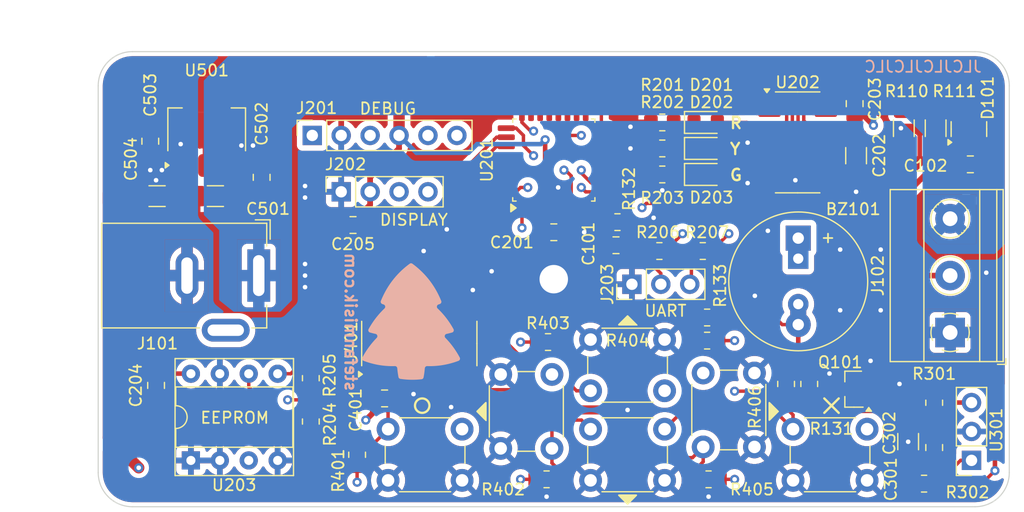
<source format=kicad_pcb>
(kicad_pcb (version 20240108) (generator "pcbnew") (generator_version "8.0")
  (title_block (title "STM32G0 LED Controller") (date "2024-06-29") (company "Stefan Misik") (comment 1 "www.stefanmisik.com"))
  (layers (0 "F.Cu" signal) (1 "In1.Cu" signal) (2 "In2.Cu" signal) (31 "B.Cu" signal) (34 "B.Paste" user) (35 "F.Paste" user) (36 "B.SilkS" user "B.Silkscreen") (37 "F.SilkS" user "F.Silkscreen") (38 "B.Mask" user) (39 "F.Mask" user) (44 "Edge.Cuts" user))
  (net 0 "")
  (net 1 "+5V")
  (net 2 "Net-(BZ101--)")
  (net 3 "GND")
  (net 4 "Net-(D101-COM)")
  (net 6 "Net-(J102-Pin_2)")
  (net 7 "+3.3V")
  (net 8 "/CPU/BUZZER_3V3")
  (net 9 "Net-(U301-VCC)")
  (net 10 "/CPU/SWCLK")
  (net 11 "Net-(Q101-B)")
  (net 12 "Net-(Q101-C)")
  (net 14 "/CPU/~{RESET}")
  (net 15 "/CPU/SWDIO")
  (net 16 "/CPU/IR_DATA_3V3")
  (net 17 "/CPU/LED_DATA_3V3")
  (net 18 "/CPU/CLOCK_IN")
  (net 19 "Net-(R401-Pad1)")
  (net 20 "Net-(R402-Pad1)")
  (net 21 "Net-(R403-Pad1)")
  (net 22 "Net-(R404-Pad1)")
  (net 23 "Net-(R405-Pad1)")
  (net 24 "Net-(D203-K)")
  (net 26 "Net-(D203-A)")
  (net 33 "/CPU/I2C_SDA")
  (net 35 "/CPU/I2C_SCL")
  (net 36 "/CPU/DEBUG_RX")
  (net 39 "Net-(D201-A)")
  (net 40 "Net-(D201-K)")
  (net 41 "/CPU/DEBUG_TX")
  (net 42 "/CPU/STATUS_LED1")
  (net 43 "Net-(D202-K)")
  (net 44 "Net-(D202-A)")
  (net 45 "/CPU/LED_DATA")
  (net 46 "Net-(R406-Pad1)")
  (net 47 "/CPU/BTN_UP")
  (net 48 "/CPU/BTN_O")
  (net 49 "/CPU/BTN_DOWN")
  (net 50 "/CPU/BTN_RIGHT")
  (net 51 "/CPU/BTN_X")
  (net 52 "/CPU/BTN_LEFT")
  (net 53 "/CPU/STATUS_LED2")
  (net 54 "/CPU/STATUS_LED3")
  (net 56 "Net-(J203-Pin_3)")
  (net 57 "Net-(J203-Pin_2)")
  (footprint "Resistor_SMD:R_0805_2012Metric_Pad1.20x1.40mm_HandSolder" (layer "F.Cu") (at 179.7812 104.14 90)
    (property "Reference" "R406")
    (property "Value" "10K")
  )
  (footprint "Resistor_SMD:R_1206_3216Metric_Pad1.30x1.75mm_HandSolder" (layer "F.Cu") (at 192.913 81.661 -90)
    (property "Reference" "R111")
    (property "Value" "22R 0.25W")
  )
  (footprint "Capacitor_SMD:C_0805_2012Metric_Pad1.18x1.45mm_HandSolder" (layer "F.Cu") (at 124.46 104.267 -90)
    (property "Reference" "C204")
    (property "Value" "100n")
  )
  (footprint "Resistor_SMD:R_0805_2012Metric_Pad1.20x1.40mm_HandSolder" (layer "F.Cu") (at 138.049 103.632 -90)
    (property "Reference" "R205")
    (property "Value" "10K")
  )
  (footprint "Package_DIP:DIP-8_W7.62mm_Socket" (layer "F.Cu") (at 127.518 110.861 90)
    (property "Reference" "U203")
    (property "Value" "CAT24C256")
  )
  (footprint "Button_Switch_THT:SW_PUSH_6mm" (layer "F.Cu") (at 154.722 109.803 90)
    (property "Reference" "SW402" (hide yes))
    (property "Value" "SW_Push")
  )
  (footprint "Resistor_SMD:R_0805_2012Metric_Pad1.20x1.40mm_HandSolder" (layer "F.Cu") (at 164.973 89.916)
    (property "Reference" "R132")
    (property "Value" "10K")
  )
  (footprint "Capacitor_SMD:C_0805_2012Metric_Pad1.18x1.45mm_HandSolder" (layer "F.Cu") (at 144.526 105.41)
    (property "Reference" "C401")
    (property "Value" "100n")
  )
  (footprint "Button_Switch_THT:SW_PUSH_6mm" (layer "F.Cu") (at 162.612 100.239)
    (property "Reference" "SW403" (hide yes))
    (property "Value" "SW_Push")
  )
  (footprint "Connector_BarrelJack:BarrelJack_GCT_DCJ200-10-A_Horizontal" (layer "F.Cu") (at 133.477 94.615 -90)
    (property "Reference" "J101")
    (property "Value" "Barrel_Jack_Switch")
  )
  (footprint "Resistor_SMD:R_0805_2012Metric_Pad1.20x1.40mm_HandSolder" (layer "F.Cu") (at 168.91 85.725 180)
    (property "Reference" "R203")
    (property "Value" "1K")
  )
  (footprint "Button_Switch_THT:SW_PUSH_6mm" (layer "F.Cu") (at 151.332 112.613 180)
    (property "Reference" "SW401" (hide yes))
    (property "Value" "SW_Push")
  )
  (footprint "LED_SMD:LED_0805_2012Metric_Pad1.15x1.40mm_HandSolder" (layer "F.Cu") (at 172.72 85.725)
    (property "Reference" "D203")
    (property "Value" "LED")
  )
  (footprint "Capacitor_SMD:C_0805_2012Metric_Pad1.18x1.45mm_HandSolder" (layer "F.Cu") (at 123.952 82.804 -90)
    (property "Reference" "C503")
    (property "Value" "100n")
  )
  (footprint "Resistor_SMD:R_0805_2012Metric_Pad1.20x1.40mm_HandSolder" (layer "F.Cu") (at 158.877 100.457 180)
    (property "Reference" "R403")
    (property "Value" "10K")
  )
  (footprint "Capacitor_SMD:C_0805_2012Metric_Pad1.18x1.45mm_HandSolder" (layer "F.Cu") (at 159.385 90.805)
    (property "Reference" "C201")
    (property "Value" "100n")
  )
  (footprint "Resistor_SMD:R_1206_3216Metric_Pad1.30x1.75mm_HandSolder" (layer "F.Cu") (at 190.119 81.661 90)
    (property "Reference" "R110")
    (property "Value" "22R 0.25W")
  )
  (footprint "Package_TO_SOT_SMD:SOT-23_Handsoldering" (layer "F.Cu") (at 185.7008 104.5972 180)
    (property "Reference" "Q101")
    (property "Value" "BC817")
  )
  (footprint "Connector_PinSocket_2.54mm:PinSocket_1x04_P2.54mm_Vertical" (layer "F.Cu") (at 140.716 87.249 90)
    (property "Reference" "J202")
    (property "Value" "Conn_01x04")
  )
  (footprint "Resistor_SMD:R_0805_2012Metric_Pad1.20x1.40mm_HandSolder" (layer "F.Cu") (at 138.049 107.442 90)
    (property "Reference" "R204")
    (property "Value" "10K")
  )
  (footprint "Resistor_SMD:R_0805_2012Metric_Pad1.20x1.40mm_HandSolder" (layer "F.Cu") (at 172.847 98.298 180)
    (property "Reference" "R133")
    (property "Value" "1K")
  )
  (footprint "Resistor_SMD:R_0805_2012Metric_Pad1.20x1.40mm_HandSolder" (layer "F.Cu") (at 191.897 112.903)
    (property "Reference" "R302")
    (property "Value" "20K")
  )
  (footprint "Package_SO:SOIC-14_3.9x8.7mm_P1.27mm" (layer "F.Cu") (at 180.7972 82.9056)
    (property "Reference" "U202")
    (property "Value" "74AHCT125")
  )
  (footprint "Capacitor_SMD:C_0805_2012Metric_Pad1.18x1.45mm_HandSolder" (layer "F.Cu") (at 195.961 84.836 180)
    (property "Reference" "C102")
    (property "Value" "100n")
  )
  (footprint "Capacitor_SMD:C_1206_3216Metric_Pad1.33x1.80mm_HandSolder" (layer "F.Cu") (at 190.5 109.2069 -90)
    (property "Reference" "C302")
    (property "Value" "10u")
  )
  (footprint "Button_Switch_THT:SW_PUSH_6mm" (layer "F.Cu") (at 169.112 112.613 180)
    (property "Reference" "SW404" (hide yes))
    (property "Value" "SW_Push")
  )
  (footprint "Connector_PinSocket_2.54mm:PinSocket_1x06_P2.54mm_Vertical" (layer "F.Cu") (at 138.176 82.296 90)
    (property "Reference" "J201")
    (property "Value" "Conn_01x06")
  )
  (footprint "MountingHole:MountingHole_2.5mm_Pad_TopBottom" (layer "F.Cu") (at 159.38 94.93)
    (property "Reference" "H1" (hide yes))
    (property "Value" "MountingHole_Pad")
  )
  (footprint "Button_Switch_THT:SW_PUSH_6mm" (layer "F.Cu") (at 186.892 112.613 180)
    (property "Reference" "SW406" (hide yes))
    (property "Value" "SW_Push")
  )
  (footprint "Package_SO:SOIC-16_3.9x9.9mm_P1.27mm" (layer "F.Cu") (at 147.574 100.584 90)
    (property "Reference" "U401")
    (property "Value" "4050")
  )
  (footprint "TerminalBlock_Phoenix:TerminalBlock_Phoenix_MKDS-1,5-3_1x03_P5.00mm_Horizontal" (layer "F.Cu") (at 194.183 99.615 90)
    (property "Reference" "J102")
    (property "Value" "Screw_Terminal_01x03")
  )
  (footprint "Capacitor_SMD:C_1206_3216Metric_Pad1.33x1.80mm_HandSolder" (layer "F.Cu") (at 129.667 87.63 180)
    (property "Reference" "C501")
    (property "Value" "10u")
  )
  (footprint "Package_TO_SOT_SMD:SOT-23" (layer "F.Cu") (at 195.834 81.7372 90)
    (property "Reference" "D101")
    (property "Value" "BAT54S")
  )
  (footprint "Connector_PinHeader_2.54mm:PinHeader_1x03_P2.54mm_Vertical" (layer "F.Cu") (at 166.243 95.377 90)
    (property "Reference" "J203")
    (property "Value" "Conn_01x03")
  )
  (footprint "Button_Switch_THT:SW_PUSH_6mm" (layer "F.Cu") (at 177.002 103.176 -90)
    (property "Reference" "SW405" (hide yes))
    (property "Value" "SW_Push")
  )
  (footprint "Capacitor_SMD:C_0805_2012Metric_Pad1.18x1.45mm_HandSolder" (layer "F.Cu") (at 192.786 109.728 -90)
    (property "Reference" "C301")
    (property "Value" "100n")
  )
  (footprint "Resistor_SMD:R_0805_2012Metric_Pad1.20x1.40mm_HandSolder" (layer "F.Cu") (at 168.91 83.439 180)
    (property "Reference" "R202")
    (property "Value" "1K")
  )
  (footprint "Resistor_SMD:R_0805_2012Metric_Pad1.20x1.40mm_HandSolder" (layer "F.Cu") (at 172.466 92.456)
    (property "Reference" "R207")
    (property "Value" "33R")
  )
  (footprint "Resistor_SMD:R_0805_2012Metric_Pad1.20x1.40mm_HandSolder" (layer "F.Cu") (at 192.786 105.791 90)
    (property "Reference" "R301")
    (property "Value" "47R")
  )
  (footprint "Resistor_SMD:R_0805_2012Metric_Pad1.20x1.40mm_HandSolder" (layer "F.Cu") (at 172.974 112.522)
    (property "Reference" "R405")
    (property "Value" "10K")
  )
  (footprint "Capacitor_SMD:C_1206_3216Metric_Pad1.33x1.80mm_HandSolder" (layer "F.Cu") (at 124.5485 87.63)
    (property "Reference" "C504")
    (property "Value" "10u")
  )
  (footprint "project-specific:Buzzer_Stacked" (layer "F.Cu") (at 180.848 91.323 -90)
    (property "Reference" "BZ101")
    (property "Value" "Buzzer")
  )
  (footprint "Resistor_SMD:R_0805_2012Metric_Pad1.20x1.40mm_HandSolder" (layer "F.Cu") (at 168.91 81.153 180)
    (property "Reference" "R201")
    (property "Value" "1K")
  )
  (footprint "Resistor_SMD:R_0805_2012Metric_Pad1.20x1.40mm_HandSolder" (layer "F.Cu") (at 168.656 92.456)
    (property "Reference" "R206")
    (property "Value" "33R")
  )
  (footprint "Resistor_SMD:R_0805_2012Metric_Pad1.20x1.40mm_HandSolder" (layer "F.Cu") (at 158.75 112.522 180)
    (property "Reference" "R402")
    (property "Value" "10K")
  )
  (footprint "Resistor_SMD:R_0805_2012Metric_Pad1.20x1.40mm_HandSolder" (layer "F.Cu") (at 172.847 100.33)
    (property "Reference" "R404")
    (property "Value" "10K")
  )
  (footprint "Connector_PinSocket_2.54mm:PinSocket_1x03_P2.54mm_Vertical" (layer "F.Cu") (at 196.063 110.856 180)
    (property "Reference" "U301")
    (property "Value" "VS1838B")
  )
  (footprint "Resistor_SMD:R_0805_2012Metric_Pad1.20x1.40mm_HandSolder" (layer "F.Cu") (at 142.113 110.363 -90)
    (property "Reference" "R401")
    (property "Value" "10K")
  )
  (footprint "Package_QFP:LQFP-32_7x7mm_P0.8mm" (layer "F.Cu") (at 159.385 84.455 90)
    (property "Reference" "U201")
    (property "Value" "STM32G030K8Tx")
  )
  (footprint "Package_TO_SOT_SMD:SOT-223-3_TabPin2" (layer "F.Cu") (at 128.905 81.788 90)
    (property "Reference" "U501")
    (property "Value" "AMS1117-3.3")
  )
  (footprint "Capacitor_SMD:C_0805_2012Metric_Pad1.18x1.45mm_HandSolder" (layer "F.Cu") (at 141.7535 90.17 180)
    (property "Reference" "C205")
    (property "Value" "100n")
  )
  (footprint "LED_SMD:LED_0805_2012Metric_Pad1.15x1.40mm_HandSolder" (layer "F.Cu") (at 172.72 81.153)
    (property "Reference" "D201")
    (property "Value" "LED")
  )
  (footprint "Capacitor_SMD:C_0805_2012Metric_Pad1.18x1.45mm_HandSolder" (layer "F.Cu") (at 133.731 85.979 -90)
    (property "Reference" "C502")
    (property "Value" "100n")
  )
  (footprint "Capacitor_SMD:C_1206_3216Metric_Pad1.33x1.80mm_HandSolder" (layer "F.Cu") (at 185.928 84.074 -90)
    (property "Reference" "C202")
    (property "Value" "10u")
  )
  (footprint "Capacitor_SMD:C_0805_2012Metric_Pad1.18x1.45mm_HandSolder" (layer "F.Cu") (at 185.801 79.502 90)
    (property "Reference" "C203")
    (property "Value" "100n")
  )
  (footprint "Capacitor_SMD:C_0805_2012Metric_Pad1.18x1.45mm_HandSolder" (layer "F.Cu") (at 164.846 91.948 180)
    (property "Reference" "C101")
    (property "Value" "2n")
  )
  (footprint "Resistor_SMD:R_0805_2012Metric_Pad1.20x1.40mm_HandSolder" (layer "F.Cu") (at 181.8132 104.14 -90)
    (property "Reference" "R131")
    (property "Value" "22R")
  )
  (footprint "LED_SMD:LED_0805_2012Metric_Pad1.15x1.40mm_HandSolder" (layer "F.Cu") (at 172.72 83.439)
    (property "Reference" "D202")
    (property "Value" "LED")
  )
  (gr_poly (pts (xy 146.83337 93.531982) (xy 146.818014 93.533786) (xy 146.802797 93.536795) (xy 146.787789 93.541006) (xy 146.77306 93.54642) (xy 146.758678 93.553038) (xy 146.744714 93.560859) (xy 146.731237 93.569883) (xy 146.554281 93.702858) (xy 146.377182 93.844419) (xy 146.200505 93.994763) (xy 146.024814 94.154086) (xy 145.850675 94.322583) (xy 145.678652 94.500451) (xy 145.509309 94.687886) (xy 145.343212 94.885083) (xy 145.180924 95.092239) (xy 145.02301 95.30955) (xy 144.870036 95.537212) (xy 144.722565 95.77542) (xy 144.581162 96.024371) (xy 144.446392 96.284261) (xy 144.318819 96.555286) (xy 144.199008 96.837641) (xy 144.195163 96.847986) (xy 144.191891 96.858401) (xy 144.189185 96.868867) (xy 144.187035 96.879366) (xy 144.185434 96.889879) (xy 144.184373 96.900389) (xy 144.183844 96.910875) (xy 144.18384 96.921321) (xy 144.18435 96.931708) (xy 144.185369 96.942018) (xy 144.186886 96.952231) (xy 144.188894 96.96233) (xy 144.191385 96.972296) (xy 144.19435 96.982111) (xy 144.197781 96.991756) (xy 144.201671 97.001213) (xy 144.206009 97.010464) (xy 144.21079 97.01949) (xy 144.216003 97.028273) (xy 144.221641 97.036794) (xy 144.227696 97.045035) (xy 144.234159 97.052978) (xy 144.241022 97.060604) (xy 144.248277 97.067895) (xy 144.255916 97.074832) (xy 144.26393 97.081397) (xy 144.272311 97.087572) (xy 144.281051 97.093338) (xy 144.290142 97.098677) (xy 144.299575 97.10357) (xy 144.309342 97.107999) (xy 144.319435 97.111946) (xy 144.380637 97.133723) (xy 144.442455 97.155091) (xy 144.455799 97.16016) (xy 144.468509 97.16602) (xy 144.480577 97.17263) (xy 144.491995 97.179947) (xy 144.502754 97.187932) (xy 144.512847 97.196541) (xy 144.522265 97.205734) (xy 144.531 97.215468) (xy 144.539044 97.225703) (xy 144.546388 97.236396) (xy 144.553024 97.247507) (xy 144.558945 97.258993) (xy 144.564142 97.270812) (xy 144.568607 97.282925) (xy 144.572331 97.295287) (xy 144.575306 97.30786) (xy 144.577525 97.320599) (xy 144.578979 97.333465) (xy 144.579659 97.346415) (xy 144.579558 97.359408) (xy 144.578668 97.372402) (xy 144.576979 97.385357) (xy 144.574485 97.398229) (xy 144.571176 97.410978) (xy 144.567045 97.423561) (xy 144.562083 97.435938) (xy 144.556283 97.448068) (xy 144.549635 97.459907) (xy 144.542132 97.471415) (xy 144.533766 97.48255) (xy 144.524528 97.493271) (xy 144.514411 97.503535) (xy 144.325299 97.689802) (xy 144.139292 97.886997) (xy 143.956976 98.095399) (xy 143.867384 98.20389) (xy 143.778933 98.315286) (xy 143.691697 98.429624) (xy 143.605748 98.546937) (xy 143.521159 98.667261) (xy 143.438004 98.79063) (xy 143.356356 98.917079) (xy 143.276287 99.046643) (xy 143.197871 99.179357) (xy 143.121179 99.315255) (xy 143.115497 99.326312) (xy 143.110527 99.337525) (xy 143.106259 99.348868) (xy 143.102682 99.360315) (xy 143.099787 99.37184) (xy 143.097563 99.383416) (xy 143.096 99.395018) (xy 143.095088 99.40662) (xy 143.094816 99.418194) (xy 143.095175 99.429716) (xy 143.096153 99.441159) (xy 143.097741 99.452496) (xy 143.099928 99.463702) (xy 143.102704 99.47475) (xy 143.10606 99.485615) (xy 143.109984 99.49627) (xy 143.114466 99.506689) (xy 143.119497 99.516845) (xy 143.125065 99.526713) (xy 143.131162 99.536267) (xy 143.137775 99.545481) (xy 143.144896 99.554327) (xy 143.152514 99.562781) (xy 143.160618 99.570815) (xy 143.169199 99.578404) (xy 143.178246 99.585522) (xy 143.187749 99.592143) (xy 143.197697 99.59824) (xy 143.208081 99.603786) (xy 143.21889 99.608757) (xy 143.230114 99.613126) (xy 143.241743 99.616867) (xy 143.361011 99.650156) (xy 143.482237 99.681756) (xy 143.605384 99.711564) (xy 143.730412 99.739478) (xy 143.730411 99.739478) (xy 143.744803 99.743104) (xy 143.758605 99.747653) (xy 143.771805 99.75308) (xy 143.784388 99.759339) (xy 143.796341 99.766385) (xy 143.807652 99.774172) (xy 143.818306 99.782655) (xy 143.828289 99.791789) (xy 143.83759 99.801527) (xy 143.846193 99.811825) (xy 143.854086 99.822636) (xy 143.861256 99.833916) (xy 143.867688 99.845618) (xy 143.87337 99.857698) (xy 143.878288 99.87011) (xy 143.882429 99.882808) (xy 143.885778 99.895747) (xy 143.888324 99.908881) (xy 143.890051 99.922165) (xy 143.890948 99.935553) (xy 143.891 99.949) (xy 143.890194 99.962461) (xy 143.888517 99.975889) (xy 143.885955 99.989239) (xy 143.882495 100.002466) (xy 143.878123 100.015525) (xy 143.872826 100.028369) (xy 143.86659 100.040954) (xy 143.859403 100.053233) (xy 143.85125 100.065162) (xy 143.842119 100.076694) (xy 143.831995 100.087785) (xy 143.660516 100.268902) (xy 143.492106 100.459514) (xy 143.327235 100.659834) (xy 143.166374 100.870079) (xy 143.009993 101.090461) (xy 142.933629 101.20452) (xy 142.858562 101.321195) (xy 142.784851 101.440512) (xy 142.712553 101.562496) (xy 142.641728 101.687177) (xy 142.572435 101.814579) (xy 142.567227 101.82505) (xy 142.562658 101.83566) (xy 142.558719 101.846387) (xy 142.555402 101.857208) (xy 142.552699 101.868101) (xy 142.5506 101.879044) (xy 142.549097 101.890014) (xy 142.548182 101.900989) (xy 142.547846 101.911947) (xy 142.548081 101.922864) (xy 142.548878 101.933719) (xy 142.550229 101.944489) (xy 142.552125 101.955152) (xy 142.554558 101.965685) (xy 142.557519 101.976067) (xy 142.560999 101.986274) (xy 142.564991 101.996284) (xy 142.569486 102.006075) (xy 142.574475 102.015624) (xy 142.579949 102.02491) (xy 142.585901 102.033909) (xy 142.592322 102.042599) (xy 142.599202 102.050958) (xy 142.606535 102.058963) (xy 142.61431 102.066592) (xy 142.622521 102.073823) (xy 142.631157 102.080633) (xy 142.640211 102.087) (xy 142.649675 102.092902) (xy 142.659539 102.098315) (xy 142.669795 102.103218) (xy 142.680435 102.107588) (xy 142.97765 102.212723) (xy 143.289162 102.307829) (xy 143.614481 102.391171) (xy 143.782167 102.427889) (xy 143.953121 102.461016) (xy 144.127284 102.490334) (xy 144.304593 102.515628) (xy 144.484989 102.53668) (xy 144.66841 102.553273) (xy 144.854795 102.565191) (xy 145.044083 102.572217) (xy 145.236214 102.574133) (xy 145.431125 102.570724) (xy 145.441124 102.570655) (xy 145.451015 102.571081) (xy 145.460787 102.57199) (xy 145.470429 102.573372) (xy 145.479927 102.575216) (xy 145.48927 102.577512) (xy 145.498446 102.580247) (xy 145.507443 102.583411) (xy 145.516248 102.586994) (xy 145.524851 102.590984) (xy 145.533239 102.59537) (xy 145.5414 102.600141) (xy 145.549323 102.605288) (xy 145.556994 102.610797) (xy 145.564402 102.61666) (xy 145.571536 102.622864) (xy 145.578383 102.629399) (xy 145.584931 102.636254) (xy 145.591168 102.643417) (xy 145.597083 102.650879) (xy 145.602663 102.658628) (xy 145.607896 102.666653) (xy 145.61277 102.674944) (xy 145.617274 102.683488) (xy 145.621395 102.692277) (xy 145.625122 102.701297) (xy 145.628442 102.710539) (xy 145.631344 102.719992) (xy 145.633815 102.729645) (xy 145.635843 102.739486) (xy 145.637418 102.749505) (xy 145.638525 102.759691) (xy 145.647015 102.853818) (xy 145.656727 102.948491) (xy 145.667681 103.043704) (xy 145.679896 103.139454) (xy 145.693391 103.235735) (xy 145.708185 103.332542) (xy 145.724298 103.429871) (xy 145.741748 103.527717) (xy 145.743384 103.535736) (xy 145.745317 103.543635) (xy 145.747542 103.551408) (xy 145.750051 103.559048) (xy 145.752839 103.566549) (xy 145.755899 103.573905) (xy 145.762809 103.588156) (xy 145.77073 103.601748) (xy 145.779612 103.614633) (xy 145.789402 103.626758) (xy 145.80005 103.638073) (xy 145.811504 103.648527) (xy 145.823714 103.65807) (xy 145.836627 103.66665) (xy 145.850194 103.674217) (xy 145.857206 103.677605) (xy 145.864362 103.68072) (xy 145.871655 103.683556) (xy 145.87908 103.686108) (xy 145.88663 103.688368) (xy 145.894298 103.69033) (xy 145.902078 103.691988) (xy 145.909964 103.693336) (xy 146.157686 103.726105) (xy 146.401676 103.749678) (xy 146.641681 103.764549) (xy 146.877452 103.771215) (xy 147.108736 103.770167) (xy 147.335282 103.761902) (xy 147.556839 103.746914) (xy 147.773156 103.725696) (xy 147.781352 103.724596) (xy 147.789446 103.723169) (xy 147.797433 103.72142) (xy 147.805305 103.719357) (xy 147.813054 103.716986) (xy 147.820674 103.714313) (xy 147.828157 103.711345) (xy 147.835497 103.708087) (xy 147.842685 103.704547) (xy 147.849715 103.70073) (xy 147.85658 103.696643) (xy 147.863272 103.692292) (xy 147.869785 103.687684) (xy 147.87611 103.682824) (xy 147.888172 103.672378) (xy 147.899401 103.661004) (xy 147.904684 103.654985) (xy 147.909738 103.648752) (xy 147.914554 103.642313) (xy 147.919127 103.635674) (xy 147.923448 103.628841) (xy 147.92751 103.621821) (xy 147.931306 103.614619) (xy 147.93483 103.607242) (xy 147.938073 103.599697) (xy 147.941029 103.59199) (xy 147.94369 103.584127) (xy 147.94605 103.576114) (xy 147.948101 103.567959) (xy 147.949836 103.559666) (xy 147.968407 103.457642) (xy 147.985528 103.356176) (xy 148.001222 103.255277) (xy 148.015511 103.154951) (xy 148.028417 103.055209) (xy 148.039964 102.956057) (xy 148.050172 102.857503) (xy 148.059066 102.759556) (xy 148.060174 102.74937) (xy 148.061748 102.739352) (xy 148.063776 102.729512) (xy 148.066247 102.719862) (xy 148.069149 102.710412) (xy 148.072469 102.701174) (xy 148.076196 102.692157) (xy 148.080317 102.683373) (xy 148.084821 102.674834) (xy 148.089696 102.666549) (xy 148.094929 102.658529) (xy 148.100509 102.650786) (xy 148.106423 102.64333) (xy 148.112661 102.636172) (xy 148.119209 102.629324) (xy 148.126055 102.622795) (xy 148.133189 102.616598) (xy 148.140597 102.610741) (xy 148.148269 102.605238) (xy 148.156191 102.600098) (xy 148.164352 102.595332) (xy 148.17274 102.590952) (xy 148.181343 102.586967) (xy 148.190149 102.583389) (xy 148.199146 102.58023) (xy 148.208322 102.577499) (xy 148.217665 102.575207) (xy 148.227163 102.573366) (xy 148.236804 102.571987) (xy 148.246576 102.571079) (xy 148.256468 102.570655) (xy 148.266466 102.570724) (xy 148.461378 102.574133) (xy 148.653508 102.572217) (xy 148.842796 102.565191) (xy 149.029182 102.553273) (xy 149.212603 102.53668) (xy 149.392999 102.515628) (xy 149.570308 102.490334) (xy 149.744471 102.461016) (xy 149.915426 102.427889) (xy 150.083111 102.391171) (xy 150.247466 102.351079) (xy 150.408431 102.307829) (xy 150.565943 102.261638) (xy 150.719942 102.212723) (xy 151.017157 102.107588) (xy 151.027797 102.103218) (xy 151.038053 102.098315) (xy 151.047917 102.092902) (xy 151.057381 102.087001) (xy 151.066435 102.080634) (xy 151.075071 102.073824) (xy 151.083282 102.066593) (xy 151.091057 102.058963) (xy 151.09839 102.050958) (xy 151.10527 102.042599) (xy 151.111691 102.033909) (xy 151.117643 102.02491) (xy 151.123117 102.015625) (xy 151.128106 102.006075) (xy 151.132601 101.996284) (xy 151.136592 101.986274) (xy 151.140073 101.976067) (xy 151.143034 101.965686) (xy 151.145467 101.955152) (xy 151.147363 101.944489) (xy 151.148714 101.933719) (xy 151.149511 101.922864) (xy 151.149746 101.911947) (xy 151.14941 101.900989) (xy 151.148495 101.890014) (xy 151.146992 101.879044) (xy 151.144893 101.868101) (xy 151.142189 101.857208) (xy 151.138872 101.846387) (xy 151.134934 101.83566) (xy 151.130365 101.82505) (xy 151.125157 101.814579) (xy 151.055865 101.687176) (xy 150.985045 101.562496) (xy 150.912753 101.440511) (xy 150.839049 101.321195) (xy 150.76399 101.20452) (xy 150.687635 101.09046) (xy 150.610042 100.978989) (xy 150.531269 100.870078) (xy 150.451375 100.763702) (xy 150.370417 100.659834) (xy 150.288454 100.558447) (xy 150.205544 100.459513) (xy 150.121745 100.363007) (xy 150.037115 100.268902) (xy 149.951713 100.17717) (xy 149.865596 100.087785) (xy 149.855473 100.076694) (xy 149.846341 100.065162) (xy 149.838188 100.053233) (xy 149.831001 100.040954) (xy 149.824766 100.028369) (xy 149.819469 100.015525) (xy 149.815097 100.002466) (xy 149.811637 99.989239) (xy 149.809075 99.975889) (xy 149.807397 99.962461) (xy 149.806592 99.949) (xy 149.806644 99.935553) (xy 149.80754 99.922165) (xy 149.809268 99.908881) (xy 149.811814 99.895747) (xy 149.815163 99.882808) (xy 149.819304 99.87011) (xy 149.824222 99.857698) (xy 149.829904 99.845618) (xy 149.836336 99.833916) (xy 149.843506 99.822636) (xy 149.851399 99.811825) (xy 149.860002 99.801527) (xy 149.869303 99.791789) (xy 149.879286 99.782655) (xy 149.88994 99.774172) (xy 149.901251 99.766385) (xy 149.913204 99.759339) (xy 149.925787 99.75308) (xy 149.938987 99.747653) (xy 149.952789 99.743104) (xy 149.967181 99.739478) (xy 150.092209 99.711564) (xy 150.215355 99.681756) (xy 150.336581 99.650157) (xy 150.455849 99.616867) (xy 150.467478 99.613126) (xy 150.478702 99.608757) (xy 150.489511 99.603786) (xy 150.499895 99.59824) (xy 150.509844 99.592143) (xy 150.519346 99.585522) (xy 150.528393 99.578404) (xy 150.536974 99.570815) (xy 150.545079 99.562781) (xy 150.552696 99.554327) (xy 150.559817 99.545481) (xy 150.566431 99.536267) (xy 150.572527 99.526713) (xy 150.578095 99.516845) (xy 150.583126 99.506689) (xy 150.587608 99.49627) (xy 150.591532 99.485615) (xy 150.594888 99.47475) (xy 150.597664 99.463702) (xy 150.599852 99.452496) (xy 150.601439 99.441159) (xy 150.602418 99.429716) (xy 150.602776 99.418194) (xy 150.602504 99.40662) (xy 150.601592 99.395018) (xy 150.600029 99.383416) (xy 150.597805 99.37184) (xy 150.59491 99.360315) (xy 150.591333 99.348868) (xy 150.587065 99.337525) (xy 150.582095 99.326312) (xy 150.576413 99.315255) (xy 150.499722 99.179357) (xy 150.421305 99.046643) (xy 150.341236 98.917079) (xy 150.259588 98.79063) (xy 150.176433 98.667261) (xy 150.091844 98.546937) (xy 150.005895 98.429624) (xy 149.918659 98.315286) (xy 149.830208 98.20389) (xy 149.740616 98.095399) (xy 149.649955 97.98978) (xy 149.558299 97.886997) (xy 149.465721 97.787016) (xy 149.372293 97.689802) (xy 149.278089 97.59532) (xy 149.183181 97.503535) (xy 149.173063 97.493271) (xy 149.163825 97.48255) (xy 149.155459 97.471415) (xy 149.147956 97.459907) (xy 149.141309 97.448068) (xy 149.135508 97.435939) (xy 149.130547 97.423561) (xy 149.126415 97.410978) (xy 149.123107 97.398229) (xy 149.120612 97.385357) (xy 149.118924 97.372403) (xy 149.118033 97.359408) (xy 149.117932 97.346415) (xy 149.118613 97.333465) (xy 149.120066 97.320599) (xy 149.122285 97.30786) (xy 149.125261 97.295288) (xy 149.128985 97.282925) (xy 149.133449 97.270813) (xy 149.138646 97.258993) (xy 149.144567 97.247507) (xy 149.151204 97.236396) (xy 149.158548 97.225703) (xy 149.166592 97.215468) (xy 149.175327 97.205734) (xy 149.184745 97.196541) (xy 149.194838 97.187932) (xy 149.205597 97.179948) (xy 149.217015 97.17263) (xy 149.229083 97.16602) (xy 149.241793 97.16016) (xy 149.255137 97.155091) (xy 149.28609 97.144471) (xy 149.316903 97.133723) (xy 149.378157 97.111946) (xy 149.38825 97.107999) (xy 149.398017 97.10357) (xy 149.40745 97.098677) (xy 149.41654 97.093338) (xy 149.42528 97.087572) (xy 149.433662 97.081397) (xy 149.441676 97.074832) (xy 149.449314 97.067895) (xy 149.456569 97.060604) (xy 149.463433 97.052978) (xy 149.469896 97.045035) (xy 149.47595 97.036794) (xy 149.481589 97.028273) (xy 149.486802 97.01949) (xy 149.491582 97.010464) (xy 149.495921 97.001213) (xy 149.49981 96.991756) (xy 149.503241 96.982111) (xy 149.506206 96.972296) (xy 149.508697 96.96233) (xy 149.510705 96.952231) (xy 149.512223 96.942018) (xy 149.513241 96.931708) (xy 149.513752 96.921321) (xy 149.513747 96.910875) (xy 149.513218 96.900389) (xy 149.512158 96.889879) (xy 149.510556 96.879366) (xy 149.508407 96.868867) (xy 149.5057 96.858401) (xy 149.502428 96.847986) (xy 149.498583 96.837641) (xy 149.378771 96.555286) (xy 149.251194 96.284261) (xy 149.116418 96.024371) (xy 148.975008 95.77542) (xy 148.827529 95.537212) (xy 148.674546 95.30955) (xy 148.516624 95.09224) (xy 148.354329 94.885083) (xy 148.188226 94.687886) (xy 148.01888 94.500451) (xy 147.846856 94.322583) (xy 147.67272 94.154086) (xy 147.497036 93.994763) (xy 147.320371 93.844419) (xy 147.143288 93.702858) (xy 146.966354 93.569883) (xy 146.952877 93.560859) (xy 146.938913 93.553038) (xy 146.924532 93.54642) (xy 146.909802 93.541006) (xy 146.894794 93.536795) (xy 146.879578 93.533786) (xy 146.864222 93.531982) (xy 146.848796 93.53138)) (fill solid) (layer "B.SilkS"))
  (gr_poly (pts (xy 153.416 107.315) (xy 152.654 106.553) (xy 153.416 105.791)) (stroke (width 0.15)) (fill solid) (layer "F.SilkS"))
  (gr_poly (pts (xy 166.624 113.919) (xy 165.862 114.681) (xy 165.1 113.919)) (stroke (width 0.15)) (fill solid) (layer "F.SilkS"))
  (gr_line (start 184.404 106.68) (end 183.134 105.41) (stroke (width 0.2)) (layer "F.SilkS"))
  (gr_poly (pts (xy 165.1 98.933) (xy 165.862 98.171) (xy 166.624 98.933)) (stroke (width 0.15)) (fill solid) (layer "F.SilkS"))
  (gr_poly (pts (xy 178.308 105.791) (xy 179.07 106.553) (xy 178.308 107.315)) (stroke (width 0.15)) (fill solid) (layer "F.SilkS"))
  (gr_circle (center 147.828 106.045) (end 148.463 106.045) (stroke (width 0.2)) (fill none) (layer "F.SilkS"))
  (gr_line (start 183.134 106.68) (end 184.404 105.41) (stroke (width 0.2)) (layer "F.SilkS"))
  (gr_line (start 196.38 74.93) (end 122.38 74.93) (stroke (width 0.1)) (layer "Edge.Cuts"))
  (gr_line (start 122.38 114.93) (end 196.38 114.93) (stroke (width 0.1)) (layer "Edge.Cuts"))
  (gr_line (start 199.38 111.93) (end 199.38 77.93) (stroke (width 0.1)) (layer "Edge.Cuts"))
  (gr_line (start 119.38 77.93) (end 119.38 111.93) (stroke (width 0.1)) (layer "Edge.Cuts"))
  (gr_arc (start 119.38 77.93) (mid 120.25868 75.80868) (end 122.38 74.93) (stroke (width 0.1)) (layer "Edge.Cuts"))
  (gr_arc (start 122.38 114.93) (mid 120.25868 114.05132) (end 119.38 111.93) (stroke (width 0.1)) (layer "Edge.Cuts"))
  (gr_arc (start 196.38 74.93) (mid 198.50132 75.80868) (end 199.38 77.93) (stroke (width 0.1)) (layer "Edge.Cuts"))
  (gr_arc (start 199.38 111.93) (mid 198.50132 114.05132) (end 196.38 114.93) (stroke (width 0.1)) (layer "Edge.Cuts"))
  (gr_text "stefanmisik.com" (at 140.964778 104.866954 -90) (layer "B.SilkS") (effects (font (size 1 1) (thickness 0.2) (bold yes)) (justify left bottom mirror)))
  (gr_text "JLCJLCJLCJLC" (at 186.563 76.835 0) (layer "B.SilkS") (effects (font (size 1 1)) (justify right bottom mirror)))
  (gr_text "R" (at 174.752 81.788 0) (layer "F.SilkS") (effects (font (size 1 1) (thickness 0.2) (bold yes)) (justify left bottom)))
  (gr_text "DEBUG" (at 142.24 80.518 0) (layer "F.SilkS") (effects (font (size 1 1)) (justify left bottom)))
  (gr_text "G" (at 174.752 86.36 0) (layer "F.SilkS") (effects (font (size 1 1) (thickness 0.2) (bold yes)) (justify left bottom)))
  (gr_text "EEPROM" (at 128.27 107.696 0) (layer "F.SilkS") (effects (font (size 1 1)) (justify left bottom)))
  (gr_text "Y" (at 174.752 84.074 0) (layer "F.SilkS") (effects (font (size 1 1) (thickness 0.2) (bold yes)) (justify left bottom)))
  (gr_text "UART" (at 167.259 98.298 0) (layer "F.SilkS") (effects (font (size 1 1)) (justify left bottom)))
  (gr_text "DISPLAY" (at 144.018 90.297 0) (layer "F.SilkS") (effects (font (size 1 1)) (justify left bottom)))
  (segment (start 131.205 84.938) (end 131.205 87.6055) (width 1) (layer "F.Cu") (net 1))
  (segment (start 196.784 82.6747) (end 196.784 83.5) (width 0.5) (layer "F.Cu") (net 1))
  (segment (start 132.969 83.185) (end 131.953 83.185) (width 1) (layer "F.Cu") (net 1))
  (segment (start 179.7812 103.14) (end 178.1462 104.775) (width 0.3) (layer "F.Cu") (net 1))
  (segment (start 185.928 81.661) (end 185.928 82.5115) (width 0.5) (layer "F.Cu") (net 1))
  (segment (start 131.205 83.679) (end 131.205 84.938) (width 1) (layer "F.Cu") (net 1))
  (segment (start 131.699 83.185) (end 131.205 83.679) (width 1) (layer "F.Cu") (net 1))
  (segment (start 196.784 83.5) (end 196.9985 83.7145) (width 0.5) (layer "F.Cu") (net 1))
  (segment (start 142.113 111.363) (end 142.113 112.776) (width 0.3) (layer "F.Cu") (net 1))
  (segment (start 185.801 81.534) (end 185.928 81.661) (width 0.5) (layer "F.Cu") (net 1))
  (segment (start 196.9985 84.836) (end 196.9985 86.7995) (width 0.5) (layer "F.Cu") (net 1))
  (segment (start 173.847 100.33) (end 175.26 100.33) (width 0.3) (layer "F.Cu") (net 1))
  (segment (start 157.877 100.457) (end 156.464 100.457) (width 0.3) (layer "F.Cu") (net 1))
  (segment (start 183.2722 79.0956) (end 184.3571 79.0956) (width 0.5) (layer "F.Cu") (net 1))
  (segment (start 171.958 98.441) (end 173.847 100.33) (width 0.3) (layer "F.Cu") (net 1))
  (segment (start 156.46401 112.522) (end 156.464 112.52201) (width 0.3) (layer "F.Cu") (net 1))
  (segment (start 171.958 98.298) (end 171.958 98.441) (width 0.3) (layer "F.Cu") (net 1))
  (segment (start 131.205 87.6055) (end 131.2295 87.63) (width 1) (layer "F.Cu") (net 1))
  (segment (start 131.953 83.185) (end 131.699 83.185) (width 1) (layer "F.Cu") (net 1))
  (segment (start 196.9985 83.7145) (end 196.9985 84.836) (width 0.5) (layer "F.Cu") (net 1))
  (segment (start 157.75 112.522) (end 156.46401 112.522) (width 0.3) (layer "F.Cu") (net 1))
  (segment (start 178.1462 104.775) (end 175.25999 104.775) (width 0.3) (layer "F.Cu") (net 1))
  (segment (start 133.731 83.693) (end 133.731 84.9415) (width 1) (layer "F.Cu") (net 1))
  (segment (start 132.969 83.185) (end 133.223 83.185) (width 1) (layer "F.Cu") (net 1))
  (segment (start 184.3571 79.0956) (end 185.801 80.5395) (width 0.5) (layer "F.Cu") (net 1))
  (segment (start 185.801 80.5395) (end 186.584488 80.5395) (width 0.5) (layer "F.Cu") (net 1))
  (segment (start 173.974 112.522) (end 175.25999 112.522) (width 0.3) (layer "F.Cu") (net 1))
  (segment (start 133.7275 84.938) (end 133.731 84.9415) (width 1) (layer "F.Cu") (net 1))
  (segment (start 131.205 84.938) (end 133.7275 84.938) (width 1) (layer "F.Cu") (net 1))
  (segment (start 185.801 80.5395) (end 185.801 81.534) (width 0.5) (layer "F.Cu") (net 1))
  (segment (start 133.223 83.185) (end 133.731 83.693) (width 1) (layer "F.Cu") (net 1))
  (segment (start 186.584488 80.5395) (end 187.451988 81.407) (width 0.5) (layer "F.Cu") (net 1))
  (segment (start 175.25999 112.522) (end 175.26 112.52199) (width 0.3) (layer "F.Cu") (net 1))
  (segment (start 196.9985 86.7995) (end 194.183 89.615) (width 0.5) (layer "F.Cu") (net 1))
  (via (at 156.464 100.457) (size 0.8) (drill 0.4) (layers "F.Cu" "B.Cu") (net 1))
  (via (at 175.26 100.33) (size 0.8) (drill 0.4) (layers "F.Cu" "B.Cu") (net 1))
  (via (at 131.953 83.185) (size 0.8) (drill 0.4) (layers "F.Cu" "B.Cu") (net 1))
  (via (at 132.969 83.185) (size 0.8) (drill 0.4) (layers "F.Cu" "B.Cu") (net 1))
  (via (at 175.26 112.52199) (size 0.8) (drill 0.4) (layers "F.Cu" "B.Cu") (net 1))
  (via (at 175.25999 104.775) (size 0.8) (drill 0.4) (layers "F.Cu" "B.Cu") (net 1))
  (via (at 142.113 112.776) (size 0.8) (drill 0.4) (layers "F.Cu" "B.Cu") (net 1))
  (via (at 187.451988 81.407) (size 0.8) (drill 0.4) (layers "F.Cu" "B.Cu") (net 1))
  (via (at 156.464 112.52201) (size 0.8) (drill 0.4) (layers "F.Cu" "B.Cu") (net 1))
  (segment (start 187.452 81.406988) (end 187.451988 81.407) (width 0.5) (layer "B.Cu") (net 1))
  (segment (start 187.452 79.248) (end 187.452 81.406988) (width 0.5) (layer "B.Cu") (net 1))
  (segment (start 181.8132 103.14) (end 181.8132 101.7651) (width 0.4) (layer "F.Cu") (net 2))
  (segment (start 178.816 98.298) (end 179.441 98.923) (width 0.3) (layer "F.Cu") (net 2))
  (segment (start 180.848 100.7999) (end 180.848 98.923) (width 0.4) (layer "F.Cu") (net 2))
  (segment (start 173.847 98.298) (end 178.816 98.298) (width 0.3) (layer "F.Cu") (net 2))
  (segment (start 181.8132 101.7651) (end 180.848 100.7999) (width 0.4) (layer "F.Cu") (net 2))
  (segment (start 179.441 98.923) (end 180.848 98.923) (width 0.3) (layer "F.Cu") (net 2))
  (segment (start 189.738 104.14) (end 189.738 105.029) (width 0.3) (layer "F.Cu") (net 3))
  (segment (start 182.1561 80.3656) (end 181.9472 80.1567) (width 0.3) (layer "F.Cu") (net 3))
  (segment (start 126.111 86.741) (end 126.111 87.63) (width 0.5) (layer "F.Cu") (net 3))
  (segment (start 159.785 88.63) (end 159.785 89.554) (width 0.3) (layer "F.Cu") (net 3))
  (segment (start 125.222 83.947) (end 125.222 84.709) (width 0.3) (layer "F.Cu") (net 3))
  (segment (start 185.928 106.553) (end 185.7375 106.7435) (width 0.3) (layer "F.Cu") (net 3))
  (segment (start 153.035 104.267) (end 153.035 101.854) (width 0.3) (layer "F.Cu") (net 3))
  (segment (start 186.301 91.377106) (end 183.688894 88.765) (width 0.3) (layer "F.Cu") (net 3))
  (segment (start 159.785 86.887) (end 159.766 86.868) (width 0.3) (layer "F.Cu") (net 3))
  (segment (start 189.738 102.053106) (end 186.990893 99.306) (width 0.3) (layer "F.Cu") (net 3))
  (segment (start 126.605 84.938) (end 126.605 86.247) (width 0.5) (layer "F.Cu") (net 3))
  (segment (start 194.3862 81.7372) (end 191.897 81.7372) (width 0.4) (layer "F.Cu") (net 3))
  (segment (start 188.468 106.299) (end 188.468 106.553) (width 0.3) (layer "F.Cu") (net 3))
  (segment (start 159.785 88.63) (end 159.785 86.887) (width 0.3) (layer "F.Cu") (net 3))
  (segment (start 189.738 104.14) (end 189.738 102.053106) (width 0.3) (layer "F.Cu") (net 3))
  (segment (start 169.148 112.649) (end 169.112 112.613) (width 0.3) (layer "F.Cu") (net 3))
  (segment (start 183.2722 80.3656) (end 182.1561 80.3656) (width 0.3) (layer "F.Cu") (net 3))
  (segment (start 187.0456 84.1756) (end 187.452 84.582) (width 0.3) (layer "F.Cu") (net 3))
  (segment (start 160.4225 90.805) (end 160.4225 90.1915) (width 0.3) (layer "F.Cu") (net 3))
  (segment (start 187.2008 103.6472) (end 185.547 105.301) (width 0.3) (layer "F.Cu") (net 3))
  (segment (start 153.035 101.854) (end 152.908 101.727) (width 0.3) (layer "F.Cu") (net 3))
  (segment (start 181.9472 80.1567) (end 181.9472 77.8072) (width 0.3) (layer "F.Cu") (net 3))
  (segment (start 160.4225 90.1915) (end 159.785 89.554) (width 0.3) (layer "F.Cu") (net 3))
  (segment (start 189.738 105.029) (end 188.468 106.299) (width 0.3) (layer "F.Cu") (net 3))
  (segment (start 194.884 82.235) (end 194.3862 81.7372) (width 0.4) (layer "F.Cu") (net 3))
  (segment (start 193.929 109.728) (end 194.31 109.728) (width 0.3) (layer "F.Cu") (net 3))
  (segment (start 152.4 101.727) (end 152.908 101.727) (width 0.5) (layer "F.Cu") (net 3))
  (segment (start 126.605 86.247) (end 126.111 86.741) (width 0.5) (layer "F.Cu") (net 3))
  (segment (start 185.547 105.301) (end 185.547 105.791) (width 0.3) (layer "F.Cu") (net 3))
  (segment (start 186.301 98.616107) (end 186.301 91.377106) (width 0.3) (layer "F.Cu") (net 3))
  (segment (start 153.416 104.648) (end 155.813 104.648) (width 0.3) (layer "F.Cu") (net 3))
  (segment (start 179.4256 79.0956) (end 179.832 79.502) (width 0.3) (layer "F.Cu") (net 3))
  (segment (start 191.897 81.7372) (end 191.516 82.1182) (width 0.4) (layer "F.Cu") (net 3))
  (segment (start 152.019 102.108) (end 152.4 101.727) (width 0.5) (layer "F.Cu") (net 3))
  (segment (start 194.31 109.728) (end 191.77 109.728) (width 0.3) (layer "F.Cu") (net 3))
  (segment (start 194.884 82.6747) (end 194.884 82.235) (width 0.4) (layer "F.Cu") (net 3))
  (segment (start 188.468 106.553) (end 188.468 108.585) (width 0.3) (layer "F.Cu") (net 3))
  (segment (start 185.7375 106.7435) (end 185.674 106.807) (width 0.3) (layer "F.Cu") (net 3))
  (segment (start 178.3222 79.0956) (end 179.4256 79.0956) (width 0.3) (layer "F.Cu") (net 3))
  (segment (start 179.832 82.55) (end 179.4764 82.9056) (width 0.3) (layer "F.Cu") (net 3))
  (segment (start 183.2722 84.1756) (end 187.0456 84.1756) (width 0.3) (layer "F.Cu") (net 3))
  (segment (start 188.468 108.585) (end 188.468 109.22) (width 0.3) (layer "F.Cu") (net 3))
  (segment (start 186.990893 99.306) (end 186.301 98.616107) (width 0.3) (layer "F.Cu") (net 3))
  (segment (start 183.688894 88.765) (end 168.918 88.765) (width 0.3) (layer "F.Cu") (net 3))
  (segment (start 153.416 104.648) (end 153.035 104.267) (width 0.3) (layer "F.Cu") (net 3))
  (segment (start 188.468 106.553) (end 185.928 106.553) (width 0.3) (layer "F.Cu") (net 3))
  (segment (start 191.516 82.1182) (end 191.516 84.201) (width 0.4) (layer "F.Cu") (net 3))
  (segment (start 168.918 88.765) (end 168.148 89.535) (width 0.3) (layer "F.Cu") (net 3))
  (segment (start 191.77 109.728) (end 191.389 109.347) (width 0.3) (layer "F.Cu") (net 3))
  (segment (start 155.94 104.521) (end 154.722 103.303) (width 0.3) (layer "F.Cu") (net 3))
  (segment (start 152.019 103.059) (end 152.019 102.108) (width 0.5) (layer "F.Cu") (net 3))
  (segment (start 155.813 104.648) (end 155.94 104.521) (width 0.3) (layer "F.Cu") (net 3))
  (segment (start 191.516 84.201) (end 190.881 84.836) (width 0.4) (layer "F.Cu") (net 3))
  (segment (start 179.4764 82.9056) (end 178.3222 82.9056) (width 0.3) (layer "F.Cu") (net 3))
  (segment (start 188.468 109.22) (end 188.087 109.601) (width 0.3) (layer "F.Cu") (net 3))
  (segment (start 179.832 79.502) (end 179.832 82.55) (width 0.3) (layer "F.Cu") (net 3))
  (via (at 189.865 81.661) (size 0.8) (drill 0.4) (layers "F.Cu" "B.Cu") (net 3))
  (via (at 147.955 92.456) (size 0.8) (drill 0.4) (layers "F.Cu" "B.Cu") (net 3))
  (via (at 162.052 90.805) (size 0.8) (drill 0.4) (layers "F.Cu" "B.Cu") (net 3))
  (via (at 168.91 87.122) (size 0.8) (drill 0.4) (layers "F.Cu" "B.Cu") (net 3))
  (via (at 124.968 85.344) (size 0.8) (drill 0.4) (layers "F.Cu" "B.Cu") (net 3))
  (via (at 168.148 89.535) (size 0.8) (drill 0.4) (layers "F.Cu" "B.Cu") (net 3))
  (via (at 185.928 87.249) (size 0.8) (drill 0.4) (layers "F.Cu" "B.Cu") (net 3))
  (via (at 177.038 96.393) (size 0.8) (drill 0.4) (layers "F.Cu" "B.Cu") (net 3))
  (via (at 147.066 105.029) (size 0.8) (drill 0.4) (layers "F.Cu" "B.Cu") (net 3))
  (via (at 150.368 106.172) (size 0.8) (drill 0.4) (layers "F.Cu" "B.Cu") (net 3))
  (via (at 184.531 97.663) (size 0.8) (drill 0.4) (layers "F.Cu" "B.Cu") (net 3))
  (via (at 165.862 106.426) (size 0.8) (drill 0.4) (layers "F.Cu" "B.Cu") (net 3))
  (via (at 126.619 83.058) (size 0.8) (drill 0.4) (layers "F.Cu" "B.Cu") (net 3))
  (via (at 190.5 109.22) (size 0.8) (drill 0.4) (layers "F.Cu" "B.Cu") (net 3))
  (via (at 176.403 82.931) (size 0.8) (drill 0.4) (layers "F.Cu" "B.Cu") (net 3))
  (via (at 178.181 90.678) (size 0.8) (drill 0.4) (layers "F.Cu" "B.Cu") (net 3))
  (via (at 176.403 86.487) (size 0.8) (drill 0.4) (layers "F.Cu" "B.Cu") (net 3))
  (via (at 166.116 81.534) (size 0.8) (drill 0.4) (layers "F.Cu" "B.Cu") (net 3))
  (via (at 166.116 83.439) (size 0.8) (drill 0.4) (layers "F.Cu" "B.Cu") (net 3))
  (via (at 187.198 102.108) (size 0.8) (drill 0.4) (layers "F.Cu" "B.Cu") (net 3))
  (via (at 180.594 86.233) (size 0.8) (drill 0.4) (layers "F.Cu" "B.Cu") (net 3))
  (via (at 184.531 92.329) (size 0.8) (drill 0.4) (layers "F.Cu" "B.Cu") (net 3))
  (via (at 159.766 86.868) (size 0.8) (drill 0.4) (layers "F.Cu" "B.Cu") (net 3))
  (via (at 137.541 93.599) (size 0.8) (drill 0.4) (layers "F.Cu" "B.Cu") (net 3))
  (via (at 152.273 95.885) (size 0.8) (drill 0.4) (layers "F.Cu" "B.Cu") (net 3))
  (via (at 137.541 86.741) (size 0.8) (drill 0.4) (layers "F.Cu" "B.Cu") (net 3))
  (via (at 172.974 114.046) (size 0.8) (drill 0.4) (layers "F.Cu" "B.Cu") (net 3))
  (via (at 188.087 92.329) (size 0.8) (drill 0.4) (layers "F.Cu" "B.Cu") (net 3))
  (via (at 124.46 86.233) (size 0.8) (drill 0.4) (layers "F.Cu" "B.Cu") (net 3))
  (via (at 189.738 104.14) (size 0.8) (drill 0.4) (layers "F.Cu" "B.Cu") (net 3))
  (via (at 188.087 97.663) (size 0.8) (drill 0.4) (layers "F.Cu" "B.Cu") (net 3))
  (via (at 137.541 87.757) (size 0.8) (drill 0.4) (layers "F.Cu" "B.Cu") (net 3))
  (via (at 137.541 94.615) (size 0.8) (drill 0.4) (layers "F.Cu" "B.Cu") (net 3))
  (via (at 149.987 90.551) (size 0.8) (drill 0.4) (layers "F.Cu" "B.Cu") (net 3))
  (via (at 197.358 94.361) (size 0.8) (drill 0.4) (layers "F.Cu" "B.Cu") (net 3))
  (via (at 123.952 85.344) (size 0.8) (drill 0.4) (layers "F.Cu" "B.Cu") (net 3))
  (via (at 183.5912 103.2256) (size 0.8) (drill 0.4) (layers "F.Cu" "B.Cu") (net 3))
  (via (at 137.541 95.631) (size 0.8) (drill 0.4) (layers "F.Cu" "B.Cu") (net 3))
  (via (at 158.75 114.046) (size 0.8) (drill 0.4) (layers "F.Cu" "B.Cu") (net 3))
  (via (at 153.924 94.234) (size 0.8) (drill 0.4) (layers "F.Cu" "B.Cu") (net 3))
  (segment (start 192.913 80.111) (end 190.119 80.111) (width 0.5) (layer "F.Cu") (net 4))
  (segment (start 194.538 80.111) (end 195.2267 80.7997) (width 0.5) (layer "F.Cu") (net 4))
  (segment (start 192.913 80.111) (end 194.538 80.111) (width 0.5) (layer "F.Cu") (net 4))
  (segment (start 195.2267 80.7997) (end 195.834 80.7997) (width 0.5) (layer "F.Cu") (net 4))
  (segment (start 192.278 94.615) (end 190.5 92.837) (width 0.5) (layer "F.Cu") (net 6))
  (segment (start 192.913 84.836) (end 192.913 83.211) (width 0.5) (layer "F.Cu") (net 6))
  (segment (start 194.183 94.615) (end 192.278 94.615) (width 0.5) (layer "F.Cu") (net 6))
  (segment (start 190.5 87.249) (end 192.913 84.836) (width 0.5) (layer "F.Cu") (net 6))
  (segment (start 190.5 92.837) (end 190.5 87.249) (width 0.5) (layer "F.Cu") (net 6))
  (segment (start 120.28 108.85) (end 122.936 111.506) (width 1) (layer "F.Cu") (net 7))
  (segment (start 158.3475 90.805) (end 158.3475 90.1535) (width 0.3) (layer "F.Cu") (net 7))
  (segment (start 142.791 88.857) (end 142.791 90.17) (width 0.5) (layer "F.Cu") (net 7))
  (segment (start 142.875 107.315) (end 143.4885 106.7015) (width 0.5) (layer "F.Cu") (net 7))
  (segment (start 143.129 103.059) (end 143.129 104.013) (width 0.5) (layer "F.Cu") (net 7))
  (segment (start 120.28 102.489) (end 120.28 87.387) (width 0.5) (layer "F.Cu") (net 7))
  (segment (start 138.049 106.442) (end 138.049 105.537) (width 0.3) (layer "F.Cu") (net 7))
  (segment (start 198.12 104.521) (end 197.485 103.886) (width 0.4) (layer "F.Cu") (net 7))
  (segment (start 197.485 103.886) (end 194.7545 103.886) (width 0.4) (layer "F.Cu") (net 7))
  (segment (start 145.796 82.296) (end 145.796 83.439) (width 0.5) (layer "F.Cu") (net 7))
  (segment (start 198.12 111.76) (end 196.977 112.903) (width 0.3) (layer "F.Cu") (net 7))
  (segment (start 124.46 103.2295) (end 127.5065 103.2295) (width 0.4) (layer "F.Cu") (net 7))
  (segment (start 143.129 104.013) (end 143.4885 104.3725) (width 0.5) (layer "F.Cu") (net 7))
  (segment (start 121.0205 103.2295) (end 120.28 102.489) (width 0.4) (layer "F.Cu") (net 7))
  (segment (start 120.28 108.85) (end 120.28 102.489) (width 0.5) (layer "F.Cu") (net 7))
  (segment (start 143.4885 106.7015) (end 143.4885 105.41) (width 0.5) (layer "F.Cu") (net 7))
  (segment (start 196.977 112.903) (end 192.897 112.903) (width 0.3) (layer "F.Cu") (net 7))
  (segment (start 143.256 87.249) (end 143.256 88.392) (width 0.5) (layer "F.Cu") (net 7))
  (segment (start 194.7545 103.886) (end 193.8495 104.791) (width 0.4) (layer "F.Cu") (net 7))
  (segment (start 145.796 83.439) (end 143.256 85.979) (width 0.5) (layer "F.Cu") (net 7))
  (segment (start 158.985 87.738) (end 158.985 88.63) (width 0.4) (layer "F.Cu") (net 7))
  (segment (start 143.4885 104.3725) (end 143.4885 105.41) (width 0.5) (layer "F.Cu") (net 7))
  (segment (start 138.049 105.537) (end 136.017 105.537) (width 0.3) (layer "F.Cu") (net 7))
  (segment (start 158.985 89.516) (end 158.985 88.63) (width 0.3) (layer "F.Cu") (net 7))
  (segment (start 120.28 87.387) (end 120.28 108.85) (width 1) (layer "F.Cu") (net 7))
  (segment (start 158.623 82.677) (end 158.623 87.376) (width 0.4) (layer "F.Cu") (net 7))
  (segment (start 143.256 85.979) (end 143.256 87.249) (width 0.5) (layer "F.Cu") (net 7))
  (segment (start 127.5065 103.2295) (end 127.518 103.241) (width 0.4) (layer "F.Cu") (net 7))
  (segment (start 124.46 103.2295) (end 121.0205 103.2295) (width 0.4) (layer "F.Cu") (net 7))
  (segment (start 158.623 87.376) (end 158.985 87.738) (width 0.4) (layer "F.Cu") (net 7))
  (segment (start 145.796 78.867) (end 145.796 82.296) (width 1) (layer "F.Cu") (net 7))
  (segment (start 198.12 111.76) (end 198.12 104.521) (width 0.4) (layer "F.Cu") (net 7))
  (segment (start 158.3475 90.1535) (end 158.985 89.516) (width 0.3) (layer "F.Cu") (net 7))
  (segment (start 143.256 88.392) (end 142.791 88.857) (width 0.5) (layer "F.Cu") (net 7))
  (segment (start 138.049 105.537) (end 138.049 104.632) (width 0.3) (layer "F.Cu") (net 7))
  (segment (start 193.8495 104.791) (end 192.786 104.791) (width 0.4) (layer "F.Cu") (net 7))
  (via (at 158.623 82.677) (size 0.8) (drill 0.4) (layers "F.Cu" "B.Cu") (net 7))
  (via (at 122.936 111.506) (size 0.8) (drill 0.4) (layers "F.Cu" "B.Cu") (net 7))
  (via (at 142.875 107.315) (size 0.8) (drill 0.4) (layers "F.Cu" "B.Cu") (net 7))
  (via (at 136.017 105.537) (size 0.8) (drill 0.4) (layers "F.Cu" "B.Cu") (net 7))
  (via (at 198.12 111.76) (size 0.8) (drill 0.4) (layers "F.Cu" "B.Cu") (net 7))
  (segment (start 151.892 83.82) (end 152.654 83.058) (width 0.4) (layer "B.Cu") (net 7))
  (segment (start 152.654 83.058) (end 158.242 83.058) (width 0.4) (layer "B.Cu") (net 7))
  (segment (start 147.32 83.82) (end 151.892 83.82) (width 0.4) (layer "B.Cu") (net 7))
  (segment (start 145.796 82.296) (end 147.32 83.82) (width 0.4) (layer "B.Cu") (net 7))
  (segment (start 158.242 83.058) (end 158.623 82.677) (width 0.4) (layer "B.Cu") (net 7))
  (segment (start 164.446 84.055) (end 163.56 84.055) (width 0.3) (layer "F.Cu") (net 8))
  (segment (start 163.973 89.916) (end 163.973 89.011) (width 0.3) (layer "F.Cu") (net 8))
  (segment (start 163.973 89.011) (end 164.846 88.138) (width 0.3) (layer "F.Cu") (net 8))
  (segment (start 164.846 84.455) (end 164.446 84.055) (width 0.3) (layer "F.Cu") (net 8))
  (segment (start 164.846 88.138) (end 164.846 84.455) (width 0.3) (layer "F.Cu") (net 8))
  (segment (start 190.5 107.6444) (end 191.3534 106.791) (width 0.4) (layer "F.Cu") (net 9))
  (segment (start 192.786 108.6905) (end 192.786 106.791) (width 0.4) (layer "F.Cu") (net 9))
  (segment (start 193.691 106.791) (end 192.786 106.791) (width 0.4) (layer "F.Cu") (net 9))
  (segment (start 194.706 105.776) (end 193.691 106.791) (width 0.4) (layer "F.Cu") (net 9))
  (segment (start 196.063 105.776) (end 194.706 105.776) (width 0.4) (layer "F.Cu") (net 9))
  (segment (start 191.3534 106.791) (end 192.786 106.791) (width 0.4) (layer "F.Cu") (net 9))
  (segment (start 157.607 84.074) (end 156.718 83.185) (width 0.3) (layer "F.Cu") (net 10))
  (segment (start 156.718 83.185) (end 156.718 82.296) (width 0.3) (layer "F.Cu") (net 10))
  (segment (start 156.718 82.296) (end 156.077 81.655) (width 0.3) (layer "F.Cu") (net 10))
  (segment (start 156.077 81.655) (end 155.21 81.655) (width 0.3) (layer "F.Cu") (net 10))
  (via (at 157.607 84.074) (size 0.8) (drill 0.4) (layers "F.Cu" "B.Cu") (net 10))
  (segment (start 166.735 90.678) (end 168.529 90.678) (width 0.3) (layer "F.Cu") (net 11))
  (segment (start 188.3308 105.5472) (end 187.2008 105.5472) (width 0.3) (layer "F.Cu") (net 11))
  (segment (start 169.942 89.265) (end 183.481788 89.265) (width 0.3) (layer "F.Cu") (net 11))
  (segment (start 185.801 98.823213) (end 188.849 101.871213) (width 0.3) (layer "F.Cu") (net 11))
  (segment (start 165.973 89.916) (end 166.735 90.678) (width 0.3) (layer "F.Cu") (net 11))
  (segment (start 185.801 91.584212) (end 185.801 98.823213) (width 0.3) (layer "F.Cu") (net 11))
  (segment (start 183.481788 89.265) (end 185.801 91.584212) (width 0.3) (layer "F.Cu") (net 11))
  (segment (start 168.529 90.678) (end 169.942 89.265) (width 0.3) (layer "F.Cu") (net 11))
  (segment (start 165.8835 90.9535) (end 165.973 90.864) (width 0.3) (layer "F.Cu") (net 11))
  (segment (start 188.849 105.029) (end 188.3308 105.5472) (width 0.3) (layer "F.Cu") (net 11))
  (segment (start 165.973 90.864) (end 165.973 89.916) (width 0.3) (layer "F.Cu") (net 11))
  (segment (start 188.849 101.871213) (end 188.849 105.029) (width 0.3) (layer "F.Cu") (net 11))
  (segment (start 165.8835 91.948) (end 165.8835 90.9535) (width 0.3) (layer "F.Cu") (net 11))
  (segment (start 181.8132 105.14) (end 182.642 105.14) (width 0.4) (layer "F.Cu") (net 12))
  (segment (start 183.1848 104.5972) (end 184.2008 104.5972) (width 0.4) (layer "F.Cu") (net 12))
  (segment (start 182.642 105.14) (end 183.1848 104.5972) (width 0.4) (layer "F.Cu") (net 12))
  (segment (start 160.585 87.661892) (end 160.585 88.63) (width 0.3) (layer "F.Cu") (net 14))
  (segment (start 160.909 87.337892) (end 160.585 87.661892) (width 0.3) (layer "F.Cu") (net 14))
  (segment (start 160.401 85.344) (end 160.909 85.852) (width 0.3) (layer "F.Cu") (net 14))
  (segment (start 160.274 85.344) (end 160.401 85.344) (width 0.3) (layer "F.Cu") (net 14))
  (segment (start 160.909 85.852) (end 160.909 87.337892) (width 0.3) (layer "F.Cu") (net 14))
  (via (at 160.274 85.344) (size 0.8) (drill 0.4) (layers "F.Cu" "B.Cu") (net 14))
  (segment (start 156.585 81.147) (end 156.585 80.28) (width 0.3) (layer "F.Cu") (net 15))
  (segment (start 157.353 81.915) (end 156.585 81.147) (width 0.3) (layer "F.Cu") (net 15))
  (segment (start 157.607 81.915) (end 157.353 81.915) (width 0.3) (layer "F.Cu") (net 15))
  (via (at 157.607 81.915) (size 0.8) (drill 0.4) (layers "F.Cu" "B.Cu") (net 15))
  (segment (start 190.754 105.156) (end 189.103 106.807) (width 0.3) (layer "F.Cu") (net 16))
  (segment (start 190.897 112.903) (end 190.897 112.633) (width 0.3) (layer "F.Cu") (net 16))
  (segment (start 167.132 88.646) (end 167.513 88.265) (width 0.3) (layer "F.Cu") (net 16))
  (segment (start 189.103 111.887) (end 190.119 112.903) (width 0.3) (layer "F.Cu") (net 16))
  (segment (start 159.785 81.299) (end 159.785 80.28) (width 0.3) (layer "F.Cu") (net 16))
  (segment (start 161.798 82.296) (end 160.782 82.296) (width 0.3) (layer "F.Cu") (net 16))
  (segment (start 190.897 112.633) (end 191.77 111.76) (width 0.3) (layer "F.Cu") (net 16))
  (segment (start 194.198875 111.76) (end 195.102875 110.856) (width 0.3) (layer "F.Cu") (net 16))
  (segment (start 186.801 98.409) (end 190.754 102.362) (width 0.3) (layer "F.Cu") (net 16))
  (segment (start 195.102875 110.856) (end 196.063 110.856) (width 0.3) (layer "F.Cu") (net 16))
  (segment (start 190.754 102.362) (end 190.754 105.156) (width 0.3) (layer "F.Cu") (net 16))
  (segment (start 186.801 91.169999) (end 186.801 98.409) (width 0.3) (layer "F.Cu") (net 16))
  (segment (start 190.119 112.903) (end 190.897 112.903) (width 0.3) (layer "F.Cu") (net 16))
  (segment (start 183.896001 88.265) (end 186.801 91.169999) (width 0.3) (layer "F.Cu") (net 16))
  (segment (start 189.103 106.807) (end 189.103 111.887) (width 0.3) (layer "F.Cu") (net 16))
  (segment (start 167.513 88.265) (end 183.896001 88.265) (width 0.3) (layer "F.Cu") (net 16))
  (segment (start 191.77 111.76) (end 194.198875 111.76) (width 0.3) (layer "F.Cu") (net 16))
  (segment (start 160.782 82.296) (end 159.785 81.299) (width 0.3) (layer "F.Cu") (net 16))
  (via (at 161.798 82.296) (size 0.8) (drill 0.4) (layers "F.Cu" "B.Cu") (net 16))
  (via (at 167.132 88.646) (size 0.8) (drill 0.4) (layers "F.Cu" "B.Cu") (net 16))
  (segment (start 183.2722 81.6356) (end 181.9656 81.6356) (width 0.3) (layer "F.Cu") (net 17))
  (segment (start 181.332 78.571787) (end 179.962013 77.2018) (width 0.3) (layer "F.Cu") (net 17))
  (segment (start 179.962013 77.2018) (end 162.3202 77.2018) (width 0.3) (layer "F.Cu") (net 17))
  (segment (start 181.9656 81.6356) (end 181.332 81.002) (width 0.3) (layer "F.Cu") (net 17))
  (segment (start 162.3202 77.2018) (end 160.585 78.937) (width 0.3) (layer "F.Cu") (net 17))
  (segment (start 160.585 78.937) (end 160.585 80.28) (width 0.3) (layer "F.Cu") (net 17))
  (segment (start 181.332 81.002) (end 181.332 78.571787) (width 0.3) (layer "F.Cu") (net 17))
  (segment (start 144.526 104.648) (end 144.526 106.299) (width 0.3) (layer "F.Cu") (net 19))
  (segment (start 145.669 104.14) (end 145.474 104.335) (width 0.3) (layer "F.Cu") (net 19))
  (segment (start 145.474 104.335) (end 144.839 104.335) (width 0.3) (layer "F.Cu") (net 19))
  (segment (start 143.582 109.363) (end 144.832 108.113) (width 0.3) (layer "F.Cu") (net 19))
  (segment (start 142.113 109.363) (end 143.582 109.363) (width 0.3) (layer "F.Cu") (net 19))
  (segment (start 144.832 106.605) (end 144.832 108.113) (width 0.3) (layer "F.Cu") (net 19))
  (segment (start 145.669 103.059) (end 145.669 104.14) (width 0.3) (layer "F.Cu") (net 19))
  (segment (start 144.839 104.335) (end 144.526 104.648) (width 0.3) (layer "F.Cu") (net 19))
  (segment (start 144.526 106.299) (end 144.832 106.605) (width 0.3) (layer "F.Cu") (net 19))
  (segment (start 159.75 111.617) (end 159.222 111.089) (width 0.3) (layer "F.Cu") (net 20))
  (segment (start 159.222 111.089) (end 159.222 109.803) (width 0.3) (layer "F.Cu") (net 20))
  (segment (start 158.015447 107.033554) (end 159.222 108.240107) (width 0.3) (layer "F.Cu") (net 20))
  (segment (start 149.098 105.029) (end 151.892 105.029) (width 0.3) (layer "F.Cu") (net 20))
  (segment (start 156.899894 105.918) (end 158.015447 107.033553) (width 0.3) (layer "F.Cu") (net 20))
  (segment (start 152.781 105.918) (end 156.899894 105.918) (width 0.3) (layer "F.Cu") (net 20))
  (segment (start 148.209 104.14) (end 149.098 105.029) (width 0.3) (layer "F.Cu") (net 20))
  (segment (start 158.015447 107.033553) (end 158.015447 107.033554) (width 0.3) (layer "F.Cu") (net 20))
  (segment (start 159.75 112.522) (end 159.75 111.617) (width 0.3) (layer "F.Cu") (net 20))
  (segment (start 159.222 108.240107) (end 159.222 109.803) (width 0.3) (layer "F.Cu") (net 20))
  (segment (start 151.892 105.029) (end 152.781 105.918) (width 0.3) (layer "F.Cu") (net 20))
  (segment (start 148.209 103.059) (end 148.209 104.14) (width 0.3) (layer "F.Cu") (net 20))
  (segment (start 161.036 101.616) (end 161.036 104.394) (width 0.3) (layer "F.Cu") (net 21))
  (segment (start 159.877 100.457) (end 161.036 101.616) (width 0.3) (layer "F.Cu") (net 21))
  (segment (start 153.797 99.314) (end 158.734 99.314) (width 0.3) (layer "F.Cu") (net 21))
  (segment (start 161.381 104.739) (end 162.612 104.739) (width 0.3) (layer "F.Cu") (net 21))
  (segment (start 158.734 99.314) (end 159.877 100.457) (width 0.3) (layer "F.Cu") (net 21))
  (segment (start 161.036 104.394) (end 161.381 104.739) (width 0.3) (layer "F.Cu") (net 21))
  (segment (start 152.592 98.109) (end 153.797 99.314) (width 0.3) (layer "F.Cu") (net 21))
  (segment (start 152.019 98.109) (end 152.592 98.109) (width 0.3) (layer "F.Cu") (net 21))
  (segment (start 150.749 104.14) (end 151.13 104.521) (width 0.3) (layer "F.Cu") (net 22))
  (segment (start 159.004 107.315) (end 161.814 107.315) (width 0.3) (layer "F.Cu") (net 22))
  (segment (start 170.815 106.41) (end 169.112 108.113) (width 0.3) (layer "F.Cu") (net 22))
  (segment (start 170.815 101.6) (end 170.815 106.41) (width 0.3) (layer "F.Cu") (net 22))
  (segment (start 157.099 105.41) (end 159.004 107.315) (width 0.3) (layer "F.Cu") (net 22))
  (segment (start 150.749 103.059) (end 150.749 104.14) (width 0.3) (layer "F.Cu") (net 22))
  (segment (start 171.958 100.457) (end 170.815 101.6) (width 0.3) (layer "F.Cu") (net 22))
  (segment (start 161.814 107.315) (end 162.612 108.113) (width 0.3) (layer "F.Cu") (net 22))
  (segment (start 153.035 105.41) (end 157.099 105.41) (width 0.3) (layer "F.Cu") (net 22))
  (segment (start 151.13 104.521) (end 152.146 104.521) (width 0.3) (layer "F.Cu") (net 22))
  (segment (start 152.146 104.521) (end 153.035 105.41) (width 0.3) (layer "F.Cu") (net 22))
  (segment (start 171.974 112.522) (end 171.974 111.506) (width 0.3) (layer "F.Cu") (net 23))
  (segment (start 146.177 99.695) (end 148.717 99.695) (width 0.3) (layer "F.Cu") (net 23))
  (segment (start 154.768947 100.83) (end 156.845 102.906053) (width 0.3) (layer "F.Cu") (net 23))
  (segment (start 172.502 110.978) (end 172.502 109.676) (width 0.3) (layer "F.Cu") (net 23))
  (segment (start 145.669 98.109) (end 145.669 99.187) (width 0.3) (layer "F.Cu") (net 23))
  (segment (start 171.561 110.617) (end 172.502 109.676) (width 0.3) (layer "F.Cu") (net 23))
  (segment (start 145.669 99.187) (end 146.177 99.695) (width 0.3) (layer "F.Cu") (net 23))
  (segment (start 149.852 100.83) (end 154.768947 100.83) (width 0.3) (layer "F.Cu") (net 23))
  (segment (start 148.717 99.695) (end 149.852 100.83) (width 0.3) (layer "F.Cu") (net 23))
  (segment (start 163.876893 106.672) (end 167.821893 110.617) (width 0.3) (layer "F.Cu") (net 23))
  (segment (start 167.821893 110.617) (end 171.561 110.617) (width 0.3) (layer "F.Cu") (net 23))
  (segment (start 171.974 111.506) (end 172.502 110.978) (width 0.3) (layer "F.Cu") (net 23))
  (segment (start 159.123 106.672) (end 163.876893 106.672) (width 0.3) (layer "F.Cu") (net 23))
  (segment (start 156.845 102.906053) (end 156.845 104.394) (width 0.3) (layer "F.Cu") (net 23))
  (segment (start 156.845 104.394) (end 159.123 106.672) (width 0.3) (layer "F.Cu") (net 23))
  (segment (start 171.695 85.725) (end 169.91 85.725) (width 0.3) (layer "F.Cu") (net 24))
  (segment (start 175.65 87.63) (end 182.3578 87.63) (width 0.3) (layer "F.Cu") (net 26))
  (segment (start 182.3578 87.63) (end 183.2722 86.7156) (width 0.3) (layer "F.Cu") (net 26))
  (segment (start 173.745 85.725) (end 175.65 87.63) (width 0.3) (layer "F.Cu") (net 26))
  (segment (start 136.281 103.241) (end 135.138 103.241) (width 0.3) (layer "F.Cu") (net 33))
  (segment (start 156.591 88.636) (end 156.585 88.63) (width 0.3) (layer "F.Cu") (net 33))
  (segment (start 136.89 102.632) (end 136.281 103.241) (width 0.3) (layer "F.Cu") (net 33))
  (segment (start 156.591 90.424) (end 156.591 89.398) (width 0.3) (layer "F.Cu") (net 33))
  (segment (start 138.049 102.632) (end 136.89 102.632) (width 0.3) (layer "F.Cu") (net 33))
  (via (at 156.591 90.424) (size 0.8) (drill 0.4) (layers "F.Cu" "B.Cu") (net 33))
  (segment (start 157.099 86.868) (end 156.464 86.868) (width 0.3) (layer "F.Cu") (net 35))
  (segment (start 136.636 108.442) (end 132.598 104.404) (width 0.3) (layer "F.Cu") (net 35))
  (segment (start 132.598 104.404) (end 132.598 103.241) (width 0.3) (layer "F.Cu") (net 35))
  (segment (start 156.077 87.255) (end 155.21 87.255) (width 0.3) (layer "F.Cu") (net 35))
  (segment (start 138.049 108.442) (end 136.636 108.442) (width 0.3) (layer "F.Cu") (net 35))
  (segment (start 156.464 86.868) (end 156.077 87.255) (width 0.3) (layer "F.Cu") (net 35))
  (via (at 157.099 86.868) (size 0.8) (drill 0.4) (layers "F.Cu" "B.Cu") (net 35))
  (segment (start 162.655 86.455) (end 163.56 86.455) (width 0.3) (layer "F.Cu") (net 36))
  (segment (start 174.752 90.932) (end 173.466 92.218) (width 0.3) (layer "F.Cu") (net 36))
  (segment (start 173.466 92.218) (end 173.466 92.456) (width 0.3) (layer "F.Cu") (net 36))
  (segment (start 161.798 85.344) (end 161.798 85.598) (width 0.3) (layer "F.Cu") (net 36))
  (segment (start 161.798 85.598) (end 162.655 86.455) (width 0.3) (layer "F.Cu") (net 36))
  (via (at 174.752 90.932) (size 0.8) (drill 0.4) (layers "F.Cu" "B.Cu") (net 36))
  (via (at 161.798 85.344) (size 0.8) (drill 0.4) (layers "F.Cu" "B.Cu") (net 36))
  (segment (start 176.8221 81.6356) (end 178.3222 81.6356) (width 0.3) (layer "F.Cu") (net 39))
  (segment (start 173.745 81.153) (end 176.3395 81.153) (width 0.3) (layer "F.Cu") (net 39))
  (segment (start 176.3395 81.153) (end 176.8221 81.6356) (width 0.3) (layer "F.Cu") (net 39))
  (segment (start 171.695 81.153) (end 169.91 81.153) (width 0.3) (layer "F.Cu") (net 40))
  (segment (start 162.185 87.255) (end 161.798 86.868) (width 0.3) (layer "F.Cu") (net 41))
  (segment (start 169.656 91.964) (end 169.656 92.456) (width 0.3) (layer "F.Cu") (net 41))
  (segment (start 163.56 87.255) (end 162.185 87.255) (width 0.3) (layer "F.Cu") (net 41))
  (segment (start 170.688 90.932) (end 169.656 91.964) (width 0.3) (layer "F.Cu") (net 41))
  (via (at 161.798 86.868) (size 0.8) (drill 0.4) (layers "F.Cu" "B.Cu") (net 41))
  (via (at 170.688 90.932) (size 0.8) (drill 0.4) (layers "F.Cu" "B.Cu") (net 41))
  (segment (start 164.2492 78.7018) (end 163.56 79.391) (width 0.3) (layer "F.Cu") (net 42))
  (segment (start 178.3222 80.3656) (end 177.2158 80.3656) (width 0.3) (layer "F.Cu") (net 42))
  (segment (start 175.552 78.7018) (end 164.2492 78.7018) (width 0.3) (layer "F.Cu") (net 42))
  (segment (start 163.56 79.391) (end 163.56 81.655) (width 0.3) (layer "F.Cu") (net 42))
  (segment (start 177.2158 80.3656) (end 175.552 78.7018) (width 0.3) (layer "F.Cu") (net 42))
  (segment (start 171.695 83.439) (end 169.91 83.439) (width 0.3) (layer "F.Cu") (net 43))
  (segment (start 176.7586 85.4456) (end 178.3222 85.4456) (width 0.3) (layer "F.Cu") (net 44))
  (segment (start 174.752 83.439) (end 176.7586 85.4456) (width 0.3) (layer "F.Cu") (net 44))
  (segment (start 173.745 83.439) (end 174.752 83.439) (width 0.3) (layer "F.Cu") (net 44))
  (segment (start 184.907599 83.566) (end 188.6972 83.566) (width 0.3) (layer "F.Cu") (net 45))
  (segment (start 184.247199 82.9056) (end 184.907599 83.566) (width 0.3) (layer "F.Cu") (net 45))
  (segment (start 183.2722 82.9056) (end 184.247199 82.9056) (width 0.3) (layer "F.Cu") (net 45))
  (segment (start 189.0522 83.211) (end 190.119 83.211) (width 0.3) (layer "F.Cu") (net 45))
  (segment (start 188.6972 83.566) (end 189.0522 83.211) (width 0.3) (layer "F.Cu") (net 45))
  (segment (start 172.847 106.807) (end 179.086 106.807) (width 0.3) (layer "F.Cu") (net 46))
  (segment (start 180.392 106.859) (end 179.7812 106.2482) (width 0.3) (layer "F.Cu") (net 46))
  (segment (start 149.479 98.109) (end 149.479 99.187) (width 0.3) (layer "F.Cu") (net 46))
  (segment (start 157.353 102.616) (end 157.353 104.013) (width 0.3) (layer "F.Cu") (net 46))
  (segment (start 159.512 106.172) (end 164.084 106.172) (width 0.3) (layer "F.Cu") (net 46))
  (segment (start 149.479 99.187) (end 150.368 100.076) (width 0.3) (layer "F.Cu") (net 46))
  (segment (start 157.353 104.013) (end 159.512 106.172) (width 0.3) (layer "F.Cu") (net 46))
  (segment (start 179.7812 106.2482) (end 179.7812 105.14) (width 0.3) (layer "F.Cu") (net 46))
  (segment (start 164.084 106.172) (end 167.767 109.855) (width 0.3) (layer "F.Cu") (net 46))
  (segment (start 180.392 108.113) (end 180.392 106.859) (width 0.3) (layer "F.Cu") (net 46))
  (segment (start 150.368 100.076) (end 154.813 100.076) (width 0.3) (layer "F.Cu") (net 46))
  (segment (start 154.813 100.076) (end 157.353 102.616) (width 0.3) (layer "F.Cu") (net 46))
  (segment (start 167.767 109.855) (end 169.799 109.855) (width 0.3) (layer "F.Cu") (net 46))
  (segment (start 169.799 109.855) (end 172.847 106.807) (width 0.3) (layer "F.Cu") (net 46))
  (segment (start 179.086 106.807) (end 180.392 108.113) (width 0.3) (layer "F.Cu") (net 46))
  (segment (start 150.749 98.109) (end 150.749 95.301107) (width 0.3) (layer "F.Cu") (net 47))
  (segment (start 153.924 92.126107) (end 153.924 86.868) (width 0.3) (layer "F.Cu") (net 47))
  (segment (start 150.749 95.301107) (end 153.924 92.126107) (width 0.3) (layer "F.Cu") (net 47))
  (segment (start 153.924 86.868) (end 154.337 86.455) (width 0.3) (layer "F.Cu") (net 47))
  (segment (start 154.337 86.455) (end 155.21 86.455) (width 0.3) (layer "F.Cu") (net 47))
  (segment (start 147.590341 94.924232) (end 151.424 91.090573) (width 0.3) (layer "F.Cu") (net 48))
  (segment (start 144.399 103.059) (end 144.399 101.981) (width 0.3) (layer "F.Cu") (net 48))
  (segment (start 143.637 101.219) (end 142.748 101.219) (width 0.3) (layer "F.Cu") (net 48))
  (segment (start 147.380574 95.134001) (end 147.590341 94.924234) (width 0.3) (layer "F.Cu") (net 48))
  (segment (start 144.399 101.981) (end 143.637 101.219) (width 0.3) (layer "F.Cu") (net 48))
  (segment (start 142.748 101.219) (end 141.232 99.703) (width 0.3) (layer "F.Cu") (net 48))
  (segment (start 151.424 85.394946) (end 154.363946 82.455) (width 0.3) (layer "F.Cu") (net 48))
  (segment (start 141.232 99.703) (end 141.232 96.748786) (width 0.3) (layer "F.Cu") (net 48))
  (segment (start 147.590341 94.924234) (end 147.590341 94.924232) (width 0.3) (layer "F.Cu") (net 48))
  (segment (start 141.232 96.748786) (end 142.846785 95.134001) (width 0.3) (layer "F.Cu") (net 48))
  (segment (start 142.846785 95.134001) (end 147.380574 95.134001) (width 0.3) (layer "F.Cu") (net 48))
  (segment (start 154.363946 82.455) (end 155.21 82.455) (width 0.3) (layer "F.Cu") (net 48))
  (segment (start 151.424 91.090573) (end 151.424 85.394946) (width 0.3) (layer "F.Cu") (net 48))
  (segment (start 152.424 85.955) (end 154.324 84.055) (width 0.3) (layer "F.Cu") (net 49))
  (segment (start 142.24 99.296788) (end 142.24 97.155) (width 0.3) (layer "F.Cu") (net 49))
  (segment (start 147.701 100.203) (end 143.146212 100.203) (width 0.3) (layer "F.Cu") (net 49))
  (segment (start 149.479 101.981) (end 147.701 100.203) (width 0.3) (layer "F.Cu") (net 49))
  (segment (start 143.260999 96.134001) (end 147.794786 96.134001) (width 0.3) (layer "F.Cu") (net 49))
  (segment (start 143.146212 100.203) (end 142.24 99.296788) (width 0.3) (layer "F.Cu") (net 49))
  (segment (start 149.479 103.059) (end 149.479 101.981) (width 0.3) (layer "F.Cu") (net 49))
  (segment (start 152.424 91.504787) (end 152.424 85.955) (width 0.3) (layer "F.Cu") (net 49))
  (segment (start 147.794786 96.134001) (end 152.424 91.504787) (width 0.3) (layer "F.Cu") (net 49))
  (segment (start 142.24 97.155) (end 143.260999 96.134001) (width 0.3) (layer "F.Cu") (net 49))
  (segment (start 154.324 84.055) (end 155.21 84.055) (width 0.3) (layer "F.Cu") (net 49))
  (segment (start 148.696001 95.939893) (end 152.924 91.711894) (width 0.3) (layer "F.Cu") (net 50))
  (segment (start 144.792999 96.634001) (end 148.001894 96.634001) (width 0.3) (layer "F.Cu") (net 50))
  (segment (start 152.924 86.271893) (end 154.340893 84.855) (width 0.3) (layer "F.Cu") (net 50))
  (segment (start 144.399 97.028) (end 144.792999 96.634001) (width 0.3) (layer "F.Cu") (net 50))
  (segment (start 154.340893 84.855) (end 155.21 84.855) (width 0.3) (layer "F.Cu") (net 50))
  (segment (start 144.399 98.109) (end 144.399 97.028) (width 0.3) (layer "F.Cu") (net 50))
  (segment (start 148.001894 96.634001) (end 148.696001 95.939893) (width 0.3) (layer "F.Cu") (net 50))
  (segment (start 152.924 91.711894) (end 152.924 86.271893) (width 0.3) (layer "F.Cu") (net 50))
  (segment (start 154.248 85.655) (end 155.21 85.655) (width 0.3) (layer "F.Cu") (net 51))
  (segment (start 153.424 91.919001) (end 153.424 86.479) (width 0.3) (layer "F.Cu") (net 51))
  (segment (start 148.209 98.109) (end 148.209 97.134001) (width 0.3) (layer "F.Cu") (net 51))
  (segment (start 153.424 86.479) (end 154.248 85.655) (width 0.3) (layer "F.Cu") (net 51))
  (segment (start 148.209 97.134001) (end 153.424 91.919001) (width 0.3) (layer "F.Cu") (net 51))
  (segment (start 145.669 100.711) (end 142.947106 100.711) (width 0.3) (layer "F.Cu") (net 52))
  (segment (start 142.947106 100.711) (end 141.732 99.495894) (width 0.3) (layer "F.Cu") (net 52))
  (segment (start 146.939 101.981) (end 145.669 100.711) (width 0.3) (layer "F.Cu") (net 52))
  (segment (start 148.090341 95.13134) (end 148.090341 95.131339) (width 0.3) (layer "F.Cu") (net 52))
  (segment (start 148.090341 95.131339) (end 151.924 91.29768) (width 0.3) (layer "F.Cu") (net 52))
  (segment (start 141.732 96.955893) (end 143.053892 95.634001) (width 0.3) (layer "F.Cu") (net 52))
  (segment (start 151.924 85.693) (end 154.362 83.255) (width 0.3) (layer "F.Cu") (net 52))
  (segment (start 141.732 99.495894) (end 141.732 96.955893) (width 0.3) (layer "F.Cu") (net 52))
  (segment (start 147.58768 95.634001) (end 148.090341 95.13134) (width 0.3) (layer "F.Cu") (net 52))
  (segment (start 143.053892 95.634001) (end 147.58768 95.634001) (width 0.3) (layer "F.Cu") (net 52))
  (segment (start 146.939 103.059) (end 146.939 101.981) (width 0.3) (layer "F.Cu") (net 52))
  (segment (start 154.362 83.255) (end 155.21 83.255) (width 0.3) (layer "F.Cu") (net 52))
  (segment (start 151.924 91.29768) (end 151.924 85.693) (width 0.3) (layer "F.Cu") (net 52))
  (segment (start 180.332 83.32) (end 180.332 78.986) (width 0.3) (layer "F.Cu") (net 53))
  (segment (start 179.4764 84.1756) (end 180.332 83.32) (width 0.3) (layer "F.Cu") (net 53))
  (segment (start 179.5478 78.2018) (end 163.2252 78.2018) (width 0.3) (layer "F.Cu") (net 53))
  (segment (start 180.332 78.986) (end 179.5478 78.2018) (width 0.3) (layer "F.Cu") (net 53))
  (segment (start 163.2252 78.2018) (end 162.185 79.242) (width 0.3) (layer "F.Cu") (net 53))
  (segment (start 178.3222 84.1756) (end 179.4764 84.1756) (width 0.3) (layer "F.Cu") (net 53))
  (segment (start 162.185 79.242) (end 162.185 80.28) (width 0.3) (layer "F.Cu") (net 53))
  (segment (start 180.832 84.1596) (end 180.832 78.778893) (width 0.3) (layer "F.Cu") (net 54))
  (segment (start 180.832 78.778893) (end 179.754907 77.7018) (width 0.3) (layer "F.Cu") (net 54))
  (segment (start 161.385 79.0895) (end 161.385 80.28) (width 0.3) (layer "F.Cu") (net 54))
  (segment (start 162.7727 77.7018) (end 161.385 79.0895) (width 0.3) (layer "F.Cu") (net 54))
  (segment (start 182.118 85.4456) (end 180.832 84.1596) (width 0.3) (layer "F.Cu") (net 54))
  (segment (start 179.754907 77.7018) (end 162.7727 77.7018) (width 0.3) (layer "F.Cu") (net 54))
  (segment (start 183.2722 85.4456) (end 182.118 85.4456) (width 0.3) (layer "F.Cu") (net 54))
  (segment (start 171.323 95.377) (end 171.466 95.234) (width 0.3) (layer "F.Cu") (net 56))
  (segment (start 171.466 95.234) (end 171.466 92.456) (width 0.3) (layer "F.Cu") (net 56))
  (segment (start 167.656 93.2975) (end 168.783 94.4245) (width 0.3) (layer "F.Cu") (net 57))
  (segment (start 167.656 92.456) (end 167.656 93.2975) (width 0.3) (layer "F.Cu") (net 57))
  (segment (start 168.783 94.4245) (end 168.783 95.377) (width 0.3) (layer "F.Cu") (net 57))
  (zone (net 7) (net_name "+3.3V") (layer "F.Cu") (priority 8) (connect_pads (clearance 0.5)) (min_thickness 0.25) (fill yes (thermal_gap 0.5) (thermal_bridge_width 0.7))
    (polygon (pts (xy 128.143 85.979) (xy 129.667 85.979) (xy 129.667 83.185) (xy 130.81 82.042) (xy 133.096 82.042) (xy 135.509 79.629) (xy 146.431 79.629) (xy 148.336 77.724) (xy 148.336 74.93) (xy 119.38 74.93) (xy 119.38 88.392) (xy 123.19 88.392) (xy 123.19 86.0044) (xy 122.428 85.2424) (xy 122.428 82.423) (xy 122.809 82.042) (xy 127 82.042) (xy 128.143 83.185)))
  )
  (zone (net 7) (net_name "+3.3V") (layer "F.Cu") (priority 10) (connect_pads yes (clearance 0.5)) (min_thickness 0.25) (fill yes (thermal_gap 0.5) (thermal_bridge_width 0.7))
    (polygon (pts (xy 126.365 77.089) (xy 131.445 77.089) (xy 131.445 80.264) (xy 126.365 80.264)))
  )
  (zone (net 3) (net_name "GND") (layers "F.Cu" "In1.Cu" "In2.Cu") (priority 2) (connect_pads (clearance 0.5)) (min_thickness 0.25) (fill yes (thermal_gap 0.5) (thermal_bridge_width 1))
    (polygon (pts (xy 125.222 91.44) (xy 129.032 91.44) (xy 129.032 96.774) (xy 128.016 97.79) (xy 125.222 97.79)))
  )
  (zone (net 3) (net_name "GND") (layers "F.Cu" "In1.Cu" "In2.Cu" "B.Cu") (priority 3) (connect_pads (clearance 0.5)) (min_thickness 0.25) (fill yes (thermal_gap 0.5) (thermal_bridge_width 1))
    (polygon (pts (xy 191.897 97.536) (xy 196.469 97.536) (xy 196.469 101.727) (xy 191.897 101.727)))
  )
  (zone (net 3) (net_name "GND") (layers "F&B.Cu") (priority 2) (connect_pads (clearance 0.5)) (min_thickness 0.25) (fill yes (thermal_gap 0.5) (thermal_bridge_width 1))
    (polygon (pts (xy 125.222 91.44) (xy 129.032 91.44) (xy 129.032 97.79) (xy 125.222 97.79)))
  )
  (zone (net 3) (net_name "GND") (layers "F&B.Cu") (connect_pads (clearance 0.5)) (min_thickness 0.25) (fill yes (thermal_gap 0.5) (thermal_bridge_width 0.5))
    (polygon (pts (xy 119.38 74.93) (xy 119.38 114.935) (xy 199.39 114.935) (xy 199.39 74.93)))
  )
  (zone (net 1) (net_name "+5V") (layer "B.Cu") (priority 1) (connect_pads (clearance 0.5)) (min_thickness 0.25) (fill yes (thermal_gap 0.5) (thermal_bridge_width 0.5))
    (polygon (pts (xy 131.191 74.93) (xy 128.651 77.47) (xy 128.651 89.281) (xy 129.9972 90.6272) (xy 129.9972 96.774) (xy 131.2672 97.79) (xy 135.382 97.79) (xy 136.398 96.774) (xy 136.398 81.661) (xy 137.541 80.518) (xy 190.119 80.518) (xy 191.77 82.169) (xy 191.77 91.44) (xy 193.04 92.71) (xy 198.12 92.71) (xy 199.39 91.44) (xy 199.39 74.93)))
  )
  (zone (net 1) (net_name "+5V") (layer "B.Cu") (priority 5) (connect_pads (clearance 0.5)) (min_thickness 0.25) (fill yes (thermal_gap 0.5) (thermal_bridge_width 1))
    (polygon (pts (xy 191.897 87.503) (xy 196.469 87.503) (xy 196.469 91.821) (xy 193.04 91.821) (xy 191.897 90.678)))
  )
  (zone (net 1) (net_name "+5V") (layer "B.Cu") (priority 5) (connect_pads (clearance 0.5)) (min_thickness 0.25) (fill yes (thermal_gap 0.5) (thermal_bridge_width 1))
    (polygon (pts (xy 131.572 91.44) (xy 135.382 91.44) (xy 135.382 97.79) (xy 131.572 97.79)))
  )
)
</source>
